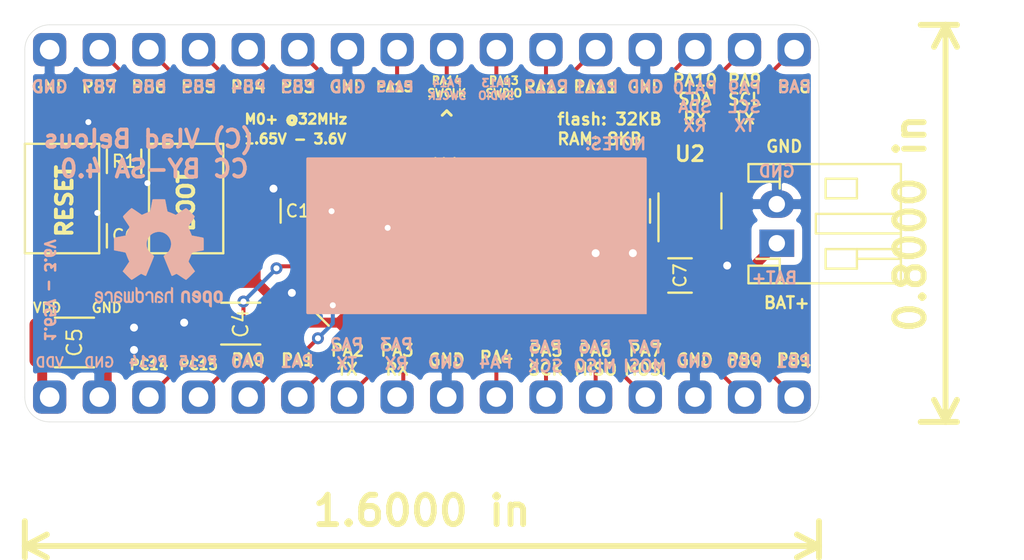
<source format=kicad_pcb>
(kicad_pcb (version 20171130) (host pcbnew "(5.0.1-3-g963ef8bb5)")

  (general
    (thickness 1.6)
    (drawings 90)
    (tracks 229)
    (zones 0)
    (modules 17)
    (nets 31)
  )

  (page USLetter)
  (title_block
    (title "STM32L031 (32-LQFP) Breakout")
    (date 2019-03-22)
    (comment 1 creativecommons.org/licenses/by-sa/4.0/)
    (comment 2 "License: CC BY-SA 4.0")
    (comment 3 "(C) Vlad Belous")
  )

  (layers
    (0 F.Cu mixed)
    (31 B.Cu mixed)
    (34 B.Paste user)
    (35 F.Paste user)
    (36 B.SilkS user)
    (37 F.SilkS user)
    (38 B.Mask user)
    (39 F.Mask user)
    (40 Dwgs.User user)
    (41 Cmts.User user)
    (44 Edge.Cuts user)
    (45 Margin user)
    (46 B.CrtYd user)
    (47 F.CrtYd user)
    (48 B.Fab user hide)
    (49 F.Fab user hide)
  )

  (setup
    (last_trace_width 0.2032)
    (user_trace_width 0.3048)
    (user_trace_width 0.508)
    (user_trace_width 0.8128)
    (trace_clearance 0.2032)
    (zone_clearance 0.508)
    (zone_45_only no)
    (trace_min 0.1778)
    (segment_width 0.2)
    (edge_width 0.0254)
    (via_size 0.6096)
    (via_drill 0.3048)
    (via_min_size 0.6096)
    (via_min_drill 0.3048)
    (user_via 0.762 0.4064)
    (user_via 0.9144 0.508)
    (uvia_size 0.3)
    (uvia_drill 0.1)
    (uvias_allowed no)
    (uvia_min_size 0.2)
    (uvia_min_drill 0.1)
    (pcb_text_width 0.3)
    (pcb_text_size 1.5 1.5)
    (mod_edge_width 0.15)
    (mod_text_size 1 1)
    (mod_text_width 0.15)
    (pad_size 1.524 1.524)
    (pad_drill 0.762)
    (pad_to_mask_clearance 0.0254)
    (solder_mask_min_width 0.1524)
    (aux_axis_origin 0 0)
    (visible_elements FFFFFF7F)
    (pcbplotparams
      (layerselection 0x010fc_ffffffff)
      (usegerberextensions false)
      (usegerberattributes false)
      (usegerberadvancedattributes false)
      (creategerberjobfile false)
      (excludeedgelayer true)
      (linewidth 0.076200)
      (plotframeref false)
      (viasonmask false)
      (mode 1)
      (useauxorigin false)
      (hpglpennumber 1)
      (hpglpenspeed 20)
      (hpglpendiameter 15.000000)
      (psnegative false)
      (psa4output false)
      (plotreference true)
      (plotvalue true)
      (plotinvisibletext false)
      (padsonsilk false)
      (subtractmaskfromsilk false)
      (outputformat 1)
      (mirror false)
      (drillshape 1)
      (scaleselection 1)
      (outputdirectory ""))
  )

  (net 0 "")
  (net 1 VDD)
  (net 2 GND)
  (net 3 "Net-(C6-Pad1)")
  (net 4 PB1)
  (net 5 PB0)
  (net 6 PA7.MOSI)
  (net 7 PA6.MISO)
  (net 8 PA5.SCK)
  (net 9 PA4)
  (net 10 PA3.RX)
  (net 11 PA2.TX)
  (net 12 PA1)
  (net 13 PA0)
  (net 14 PC15)
  (net 15 PC14)
  (net 16 PB7)
  (net 17 PB6)
  (net 18 PB5)
  (net 19 PB4)
  (net 20 PB3)
  (net 21 PA15)
  (net 22 PA14.SWCLK)
  (net 23 PA13.SWDIO)
  (net 24 PA12)
  (net 25 PA11)
  (net 26 PA10.SDA.RX)
  (net 27 PA9.SCL.TX)
  (net 28 PA8)
  (net 29 BOOT)
  (net 30 "Net-(C7-Pad2)")

  (net_class Default "This is the default net class."
    (clearance 0.2032)
    (trace_width 0.2032)
    (via_dia 0.6096)
    (via_drill 0.3048)
    (uvia_dia 0.3)
    (uvia_drill 0.1)
    (diff_pair_gap 0.1524)
    (diff_pair_width 0.2032)
    (add_net BOOT)
    (add_net GND)
    (add_net "Net-(C6-Pad1)")
    (add_net "Net-(C7-Pad2)")
    (add_net PA0)
    (add_net PA1)
    (add_net PA10.SDA.RX)
    (add_net PA11)
    (add_net PA12)
    (add_net PA13.SWDIO)
    (add_net PA14.SWCLK)
    (add_net PA15)
    (add_net PA2.TX)
    (add_net PA3.RX)
    (add_net PA4)
    (add_net PA5.SCK)
    (add_net PA6.MISO)
    (add_net PA7.MOSI)
    (add_net PA8)
    (add_net PA9.SCL.TX)
    (add_net PB0)
    (add_net PB1)
    (add_net PB3)
    (add_net PB4)
    (add_net PB5)
    (add_net PB6)
    (add_net PB7)
    (add_net PC14)
    (add_net PC15)
    (add_net VDD)
  )

  (module local_footprints:0805_HS (layer F.Cu) (tedit 5C0C83D5) (tstamp 5C94A345)
    (at 152.4 112.395 90)
    (descr "Resistor SMD 0805, reflow soldering, Vishay (see dcrcw.pdf)")
    (tags "resistor 0805")
    (path /5C9343DC)
    (attr smd)
    (fp_text reference C1 (at 0 0 180) (layer F.SilkS)
      (effects (font (size 0.635 0.635) (thickness 0.1016)))
    )
    (fp_text value 0.1uF (at 0 1.75 90) (layer F.Fab) hide
      (effects (font (size 1 1) (thickness 0.15)))
    )
    (fp_text user %R (at 0 0 90) (layer F.Fab)
      (effects (font (size 0.5 0.5) (thickness 0.075)))
    )
    (fp_line (start -1 0.62) (end -1 -0.62) (layer F.Fab) (width 0.1))
    (fp_line (start 1 0.62) (end -1 0.62) (layer F.Fab) (width 0.1))
    (fp_line (start 1 -0.62) (end 1 0.62) (layer F.Fab) (width 0.1))
    (fp_line (start -1 -0.62) (end 1 -0.62) (layer F.Fab) (width 0.1))
    (fp_line (start 0.6 0.88) (end -0.6 0.88) (layer F.SilkS) (width 0.12))
    (fp_line (start -0.6 -0.88) (end 0.6 -0.88) (layer F.SilkS) (width 0.12))
    (fp_line (start -1.55 -0.9) (end 1.55 -0.9) (layer F.CrtYd) (width 0.05))
    (fp_line (start -1.55 -0.9) (end -1.55 0.9) (layer F.CrtYd) (width 0.05))
    (fp_line (start 1.55 0.9) (end 1.55 -0.9) (layer F.CrtYd) (width 0.05))
    (fp_line (start 1.55 0.9) (end -1.55 0.9) (layer F.CrtYd) (width 0.05))
    (pad 1 smd roundrect (at -1.15 0 90) (size 1.1 1.3) (layers F.Cu F.Paste F.Mask) (roundrect_rratio 0.25)
      (net 1 VDD))
    (pad 2 smd roundrect (at 1.15 0 90) (size 1.1 1.3) (layers F.Cu F.Paste F.Mask) (roundrect_rratio 0.25)
      (net 2 GND))
    (model ${KISYS3DMOD}/Resistors_SMD.3dshapes/R_0805.wrl
      (at (xyz 0 0 0))
      (scale (xyz 1 1 1))
      (rotate (xyz 0 0 0))
    )
  )

  (module local_footprints:0805_HS (layer F.Cu) (tedit 5C0C83D5) (tstamp 5C94A356)
    (at 167.64 112.395 270)
    (descr "Resistor SMD 0805, reflow soldering, Vishay (see dcrcw.pdf)")
    (tags "resistor 0805")
    (path /5C934332)
    (attr smd)
    (fp_text reference C2 (at 0 0) (layer F.SilkS)
      (effects (font (size 0.635 0.635) (thickness 0.1016)))
    )
    (fp_text value 0.1uF (at 0 1.75 270) (layer F.Fab) hide
      (effects (font (size 1 1) (thickness 0.15)))
    )
    (fp_line (start 1.55 0.9) (end -1.55 0.9) (layer F.CrtYd) (width 0.05))
    (fp_line (start 1.55 0.9) (end 1.55 -0.9) (layer F.CrtYd) (width 0.05))
    (fp_line (start -1.55 -0.9) (end -1.55 0.9) (layer F.CrtYd) (width 0.05))
    (fp_line (start -1.55 -0.9) (end 1.55 -0.9) (layer F.CrtYd) (width 0.05))
    (fp_line (start -0.6 -0.88) (end 0.6 -0.88) (layer F.SilkS) (width 0.12))
    (fp_line (start 0.6 0.88) (end -0.6 0.88) (layer F.SilkS) (width 0.12))
    (fp_line (start -1 -0.62) (end 1 -0.62) (layer F.Fab) (width 0.1))
    (fp_line (start 1 -0.62) (end 1 0.62) (layer F.Fab) (width 0.1))
    (fp_line (start 1 0.62) (end -1 0.62) (layer F.Fab) (width 0.1))
    (fp_line (start -1 0.62) (end -1 -0.62) (layer F.Fab) (width 0.1))
    (fp_text user %R (at 0 0 270) (layer F.Fab)
      (effects (font (size 0.5 0.5) (thickness 0.075)))
    )
    (pad 2 smd roundrect (at 1.15 0 270) (size 1.1 1.3) (layers F.Cu F.Paste F.Mask) (roundrect_rratio 0.25)
      (net 2 GND))
    (pad 1 smd roundrect (at -1.15 0 270) (size 1.1 1.3) (layers F.Cu F.Paste F.Mask) (roundrect_rratio 0.25)
      (net 1 VDD))
    (model ${KISYS3DMOD}/Resistors_SMD.3dshapes/R_0805.wrl
      (at (xyz 0 0 0))
      (scale (xyz 1 1 1))
      (rotate (xyz 0 0 0))
    )
  )

  (module local_footprints:0805_HS (layer F.Cu) (tedit 5C0C83D5) (tstamp 5C94A367)
    (at 154.178 117.221 135)
    (descr "Resistor SMD 0805, reflow soldering, Vishay (see dcrcw.pdf)")
    (tags "resistor 0805")
    (path /5C934696)
    (attr smd)
    (fp_text reference C3 (at -0.089803 1.347038 315) (layer F.SilkS)
      (effects (font (size 0.635 0.635) (thickness 0.1016)))
    )
    (fp_text value 0.1uF (at 0 1.75 135) (layer F.Fab) hide
      (effects (font (size 1 1) (thickness 0.15)))
    )
    (fp_line (start 1.55 0.9) (end -1.55 0.9) (layer F.CrtYd) (width 0.05))
    (fp_line (start 1.55 0.9) (end 1.55 -0.9) (layer F.CrtYd) (width 0.05))
    (fp_line (start -1.55 -0.9) (end -1.55 0.9) (layer F.CrtYd) (width 0.05))
    (fp_line (start -1.55 -0.9) (end 1.55 -0.9) (layer F.CrtYd) (width 0.05))
    (fp_line (start -0.6 -0.88) (end 0.6 -0.88) (layer F.SilkS) (width 0.12))
    (fp_line (start 0.6 0.88) (end -0.6 0.88) (layer F.SilkS) (width 0.12))
    (fp_line (start -1 -0.62) (end 1 -0.62) (layer F.Fab) (width 0.1))
    (fp_line (start 1 -0.62) (end 1 0.62) (layer F.Fab) (width 0.1))
    (fp_line (start 1 0.62) (end -1 0.62) (layer F.Fab) (width 0.1))
    (fp_line (start -1 0.62) (end -1 -0.62) (layer F.Fab) (width 0.1))
    (fp_text user %R (at 0 0 135) (layer F.Fab)
      (effects (font (size 0.5 0.5) (thickness 0.075)))
    )
    (pad 2 smd roundrect (at 1.15 0 135) (size 1.1 1.3) (layers F.Cu F.Paste F.Mask) (roundrect_rratio 0.25)
      (net 2 GND))
    (pad 1 smd roundrect (at -1.15 0 135) (size 1.1 1.3) (layers F.Cu F.Paste F.Mask) (roundrect_rratio 0.25)
      (net 1 VDD))
    (model ${KISYS3DMOD}/Resistors_SMD.3dshapes/R_0805.wrl
      (at (xyz 0 0 0))
      (scale (xyz 1 1 1))
      (rotate (xyz 0 0 0))
    )
  )

  (module local_footprints:1206_HS (layer F.Cu) (tedit 5C0C843B) (tstamp 5C94A378)
    (at 149.479 118.1608 180)
    (descr "Resistor SMD 1206, reflow soldering, Vishay (see dcrcw.pdf)")
    (tags "resistor 1206")
    (path /5C934743)
    (attr smd)
    (fp_text reference C4 (at 0 0 270) (layer F.SilkS)
      (effects (font (size 0.762 0.762) (thickness 0.1016)))
    )
    (fp_text value 1uF (at 0 1.95 180) (layer F.Fab) hide
      (effects (font (size 1 1) (thickness 0.15)))
    )
    (fp_line (start 2.15 1.1) (end -2.15 1.1) (layer F.CrtYd) (width 0.05))
    (fp_line (start 2.15 1.1) (end 2.15 -1.11) (layer F.CrtYd) (width 0.05))
    (fp_line (start -2.15 -1.11) (end -2.15 1.1) (layer F.CrtYd) (width 0.05))
    (fp_line (start -2.15 -1.11) (end 2.15 -1.11) (layer F.CrtYd) (width 0.05))
    (fp_line (start -1 -1.07) (end 1 -1.07) (layer F.SilkS) (width 0.12))
    (fp_line (start 1 1.07) (end -1 1.07) (layer F.SilkS) (width 0.12))
    (fp_line (start -1.6 -0.8) (end 1.6 -0.8) (layer F.Fab) (width 0.1))
    (fp_line (start 1.6 -0.8) (end 1.6 0.8) (layer F.Fab) (width 0.1))
    (fp_line (start 1.6 0.8) (end -1.6 0.8) (layer F.Fab) (width 0.1))
    (fp_line (start -1.6 0.8) (end -1.6 -0.8) (layer F.Fab) (width 0.1))
    (fp_text user %R (at 0 0 180) (layer F.Fab)
      (effects (font (size 0.7 0.7) (thickness 0.105)))
    )
    (pad 2 smd roundrect (at 1.65 0 180) (size 1.3 1.7) (layers F.Cu F.Paste F.Mask) (roundrect_rratio 0.25)
      (net 2 GND))
    (pad 1 smd roundrect (at -1.65 0 180) (size 1.3 1.7) (layers F.Cu F.Paste F.Mask) (roundrect_rratio 0.25)
      (net 1 VDD))
    (model ${KISYS3DMOD}/Resistors_SMD.3dshapes/R_1206.wrl
      (at (xyz 0 0 0))
      (scale (xyz 1 1 1))
      (rotate (xyz 0 0 0))
    )
  )

  (module local_footprints:1210_HS (layer F.Cu) (tedit 5C934426) (tstamp 5C964101)
    (at 140.97 119.126)
    (descr "Generic SMD 1210")
    (tags "resistor 1206")
    (path /5C934BB7)
    (attr smd)
    (fp_text reference C5 (at 0 0 90) (layer F.SilkS)
      (effects (font (size 0.762 0.762) (thickness 0.1016)))
    )
    (fp_text value 10uF (at 0 2.286) (layer F.Fab) hide
      (effects (font (size 1 1) (thickness 0.15)))
    )
    (fp_line (start 2.25 1.25) (end -2.25 1.25) (layer F.CrtYd) (width 0.05))
    (fp_line (start 2.25 1.25) (end 2.25 -1.25) (layer F.CrtYd) (width 0.05))
    (fp_line (start -2.25 -1.25) (end -2.25 1.25) (layer F.CrtYd) (width 0.05))
    (fp_line (start -2.25 -1.25) (end 2.25 -1.25) (layer F.CrtYd) (width 0.05))
    (fp_line (start -1 -1.27) (end 1 -1.27) (layer F.SilkS) (width 0.12))
    (fp_line (start 1 1.27) (end -1 1.27) (layer F.SilkS) (width 0.12))
    (fp_line (start 1.6 -0.8) (end 1.6 0.8) (layer F.Fab) (width 0.1))
    (fp_line (start -1.6 0.8) (end -1.6 -0.8) (layer F.Fab) (width 0.1))
    (fp_text user %R (at 0 0 90) (layer F.Fab)
      (effects (font (size 0.7 0.7) (thickness 0.105)))
    )
    (pad 2 smd roundrect (at 1.65 0) (size 1.3 2.5) (layers F.Cu F.Paste F.Mask) (roundrect_rratio 0.25)
      (net 2 GND))
    (pad 1 smd roundrect (at -1.65 0) (size 1.3 2.5) (layers F.Cu F.Paste F.Mask) (roundrect_rratio 0.25)
      (net 1 VDD))
    (model ${KISYS3DMOD}/Resistors_SMD.3dshapes/R_1210.wrl
      (at (xyz 0 0 0))
      (scale (xyz 1 1 1))
      (rotate (xyz 0 0 0))
    )
  )

  (module local_footprints:0805_HS (layer F.Cu) (tedit 5C0C83D5) (tstamp 5C9604BC)
    (at 143.51 113.665 90)
    (descr "Resistor SMD 0805, reflow soldering, Vishay (see dcrcw.pdf)")
    (tags "resistor 0805")
    (path /5C935E8E)
    (attr smd)
    (fp_text reference C6 (at 0 0 180) (layer F.SilkS)
      (effects (font (size 0.635 0.635) (thickness 0.1016)))
    )
    (fp_text value 0.1uF (at 0 1.75 90) (layer F.Fab) hide
      (effects (font (size 1 1) (thickness 0.15)))
    )
    (fp_text user %R (at 0 0 90) (layer F.Fab)
      (effects (font (size 0.5 0.5) (thickness 0.075)))
    )
    (fp_line (start -1 0.62) (end -1 -0.62) (layer F.Fab) (width 0.1))
    (fp_line (start 1 0.62) (end -1 0.62) (layer F.Fab) (width 0.1))
    (fp_line (start 1 -0.62) (end 1 0.62) (layer F.Fab) (width 0.1))
    (fp_line (start -1 -0.62) (end 1 -0.62) (layer F.Fab) (width 0.1))
    (fp_line (start 0.6 0.88) (end -0.6 0.88) (layer F.SilkS) (width 0.12))
    (fp_line (start -0.6 -0.88) (end 0.6 -0.88) (layer F.SilkS) (width 0.12))
    (fp_line (start -1.55 -0.9) (end 1.55 -0.9) (layer F.CrtYd) (width 0.05))
    (fp_line (start -1.55 -0.9) (end -1.55 0.9) (layer F.CrtYd) (width 0.05))
    (fp_line (start 1.55 0.9) (end 1.55 -0.9) (layer F.CrtYd) (width 0.05))
    (fp_line (start 1.55 0.9) (end -1.55 0.9) (layer F.CrtYd) (width 0.05))
    (pad 1 smd roundrect (at -1.15 0 90) (size 1.1 1.3) (layers F.Cu F.Paste F.Mask) (roundrect_rratio 0.25)
      (net 3 "Net-(C6-Pad1)"))
    (pad 2 smd roundrect (at 1.15 0 90) (size 1.1 1.3) (layers F.Cu F.Paste F.Mask) (roundrect_rratio 0.25)
      (net 2 GND))
    (model ${KISYS3DMOD}/Resistors_SMD.3dshapes/R_0805.wrl
      (at (xyz 0 0 0))
      (scale (xyz 1 1 1))
      (rotate (xyz 0 0 0))
    )
  )

  (module local_footprints:Pin_Header_Straight_1x16_Pitch2.54mm (layer F.Cu) (tedit 5C948D41) (tstamp 5C94A3B6)
    (at 139.7 121.92 90)
    (descr "Through hole straight pin header, 1x16, 2.54mm pitch, single row")
    (tags "Through hole pin header THT 1x16 2.54mm single row")
    (path /5C93504B)
    (fp_text reference J1 (at 0 -2.33 90) (layer F.SilkS) hide
      (effects (font (size 1 1) (thickness 0.15)))
    )
    (fp_text value Conn_01x16 (at 0 40.43 90) (layer F.Fab)
      (effects (font (size 1 1) (thickness 0.15)))
    )
    (fp_text user %R (at 0 19.05 180) (layer F.Fab)
      (effects (font (size 1 1) (thickness 0.15)))
    )
    (fp_line (start 1.8 -1.8) (end -1.8 -1.8) (layer F.CrtYd) (width 0.05))
    (fp_line (start 1.8 39.9) (end 1.8 -1.8) (layer F.CrtYd) (width 0.05))
    (fp_line (start -1.8 39.9) (end 1.8 39.9) (layer F.CrtYd) (width 0.05))
    (fp_line (start -1.8 -1.8) (end -1.8 39.9) (layer F.CrtYd) (width 0.05))
    (fp_line (start -1.27 -0.635) (end -0.635 -1.27) (layer F.Fab) (width 0.1))
    (fp_line (start -1.27 39.37) (end -1.27 -0.635) (layer F.Fab) (width 0.1))
    (fp_line (start 1.27 39.37) (end -1.27 39.37) (layer F.Fab) (width 0.1))
    (fp_line (start 1.27 -1.27) (end 1.27 39.37) (layer F.Fab) (width 0.1))
    (fp_line (start -0.635 -1.27) (end 1.27 -1.27) (layer F.Fab) (width 0.1))
    (pad 16 thru_hole roundrect (at 0 38.1 90) (size 1.7 1.7) (drill 1) (layers *.Cu *.Mask) (roundrect_rratio 0.25)
      (net 4 PB1))
    (pad 15 thru_hole roundrect (at 0 35.56 90) (size 1.7 1.7) (drill 1) (layers *.Cu *.Mask) (roundrect_rratio 0.25)
      (net 5 PB0))
    (pad 14 thru_hole roundrect (at 0 33.02 90) (size 1.7 1.7) (drill 1) (layers *.Cu *.Mask) (roundrect_rratio 0.25)
      (net 2 GND))
    (pad 13 thru_hole roundrect (at 0 30.48 90) (size 1.7 1.7) (drill 1) (layers *.Cu *.Mask) (roundrect_rratio 0.25)
      (net 6 PA7.MOSI))
    (pad 12 thru_hole roundrect (at 0 27.94 90) (size 1.7 1.7) (drill 1) (layers *.Cu *.Mask) (roundrect_rratio 0.25)
      (net 7 PA6.MISO))
    (pad 11 thru_hole roundrect (at 0 25.4 90) (size 1.7 1.7) (drill 1) (layers *.Cu *.Mask) (roundrect_rratio 0.25)
      (net 8 PA5.SCK))
    (pad 10 thru_hole roundrect (at 0 22.86 90) (size 1.7 1.7) (drill 1) (layers *.Cu *.Mask) (roundrect_rratio 0.25)
      (net 9 PA4))
    (pad 9 thru_hole roundrect (at 0 20.32 90) (size 1.7 1.7) (drill 1) (layers *.Cu *.Mask) (roundrect_rratio 0.25)
      (net 2 GND))
    (pad 8 thru_hole roundrect (at 0 17.78 90) (size 1.7 1.7) (drill 1) (layers *.Cu *.Mask) (roundrect_rratio 0.25)
      (net 10 PA3.RX))
    (pad 7 thru_hole roundrect (at 0 15.24 90) (size 1.7 1.7) (drill 1) (layers *.Cu *.Mask) (roundrect_rratio 0.25)
      (net 11 PA2.TX))
    (pad 6 thru_hole roundrect (at 0 12.7 90) (size 1.7 1.7) (drill 1) (layers *.Cu *.Mask) (roundrect_rratio 0.25)
      (net 12 PA1))
    (pad 5 thru_hole roundrect (at 0 10.16 90) (size 1.7 1.7) (drill 1) (layers *.Cu *.Mask) (roundrect_rratio 0.25)
      (net 13 PA0))
    (pad 4 thru_hole roundrect (at 0 7.62 90) (size 1.7 1.7) (drill 1) (layers *.Cu *.Mask) (roundrect_rratio 0.25)
      (net 14 PC15))
    (pad 3 thru_hole roundrect (at 0 5.08 90) (size 1.7 1.7) (drill 1) (layers *.Cu *.Mask) (roundrect_rratio 0.25)
      (net 15 PC14))
    (pad 2 thru_hole roundrect (at 0 2.54 90) (size 1.7 1.7) (drill 1) (layers *.Cu *.Mask) (roundrect_rratio 0.25)
      (net 2 GND))
    (pad 1 thru_hole roundrect (at 0 0 90) (size 1.7 1.7) (drill 1) (layers *.Cu *.Mask) (roundrect_rratio 0.25)
      (net 1 VDD))
    (model ${KISYS3DMOD}/Pin_Headers.3dshapes/Pin_Header_Straight_1x16_Pitch2.54mm.wrl
      (at (xyz 0 0 0))
      (scale (xyz 1 1 1))
      (rotate (xyz 0 0 0))
    )
  )

  (module local_footprints:Pin_Header_Straight_1x16_Pitch2.54mm (layer F.Cu) (tedit 5C948D41) (tstamp 5C960220)
    (at 139.7 104.14 90)
    (descr "Through hole straight pin header, 1x16, 2.54mm pitch, single row")
    (tags "Through hole pin header THT 1x16 2.54mm single row")
    (path /5C935C74)
    (fp_text reference J2 (at 0 -2.33 90) (layer F.SilkS) hide
      (effects (font (size 1 1) (thickness 0.15)))
    )
    (fp_text value Conn_01x16 (at 0 40.43 90) (layer F.Fab)
      (effects (font (size 1 1) (thickness 0.15)))
    )
    (fp_line (start -0.635 -1.27) (end 1.27 -1.27) (layer F.Fab) (width 0.1))
    (fp_line (start 1.27 -1.27) (end 1.27 39.37) (layer F.Fab) (width 0.1))
    (fp_line (start 1.27 39.37) (end -1.27 39.37) (layer F.Fab) (width 0.1))
    (fp_line (start -1.27 39.37) (end -1.27 -0.635) (layer F.Fab) (width 0.1))
    (fp_line (start -1.27 -0.635) (end -0.635 -1.27) (layer F.Fab) (width 0.1))
    (fp_line (start -1.8 -1.8) (end -1.8 39.9) (layer F.CrtYd) (width 0.05))
    (fp_line (start -1.8 39.9) (end 1.8 39.9) (layer F.CrtYd) (width 0.05))
    (fp_line (start 1.8 39.9) (end 1.8 -1.8) (layer F.CrtYd) (width 0.05))
    (fp_line (start 1.8 -1.8) (end -1.8 -1.8) (layer F.CrtYd) (width 0.05))
    (fp_text user %R (at 0 19.05 180) (layer F.Fab)
      (effects (font (size 1 1) (thickness 0.15)))
    )
    (pad 1 thru_hole roundrect (at 0 0 90) (size 1.7 1.7) (drill 1) (layers *.Cu *.Mask) (roundrect_rratio 0.25)
      (net 2 GND))
    (pad 2 thru_hole roundrect (at 0 2.54 90) (size 1.7 1.7) (drill 1) (layers *.Cu *.Mask) (roundrect_rratio 0.25)
      (net 16 PB7))
    (pad 3 thru_hole roundrect (at 0 5.08 90) (size 1.7 1.7) (drill 1) (layers *.Cu *.Mask) (roundrect_rratio 0.25)
      (net 17 PB6))
    (pad 4 thru_hole roundrect (at 0 7.62 90) (size 1.7 1.7) (drill 1) (layers *.Cu *.Mask) (roundrect_rratio 0.25)
      (net 18 PB5))
    (pad 5 thru_hole roundrect (at 0 10.16 90) (size 1.7 1.7) (drill 1) (layers *.Cu *.Mask) (roundrect_rratio 0.25)
      (net 19 PB4))
    (pad 6 thru_hole roundrect (at 0 12.7 90) (size 1.7 1.7) (drill 1) (layers *.Cu *.Mask) (roundrect_rratio 0.25)
      (net 20 PB3))
    (pad 7 thru_hole roundrect (at 0 15.24 90) (size 1.7 1.7) (drill 1) (layers *.Cu *.Mask) (roundrect_rratio 0.25)
      (net 2 GND))
    (pad 8 thru_hole roundrect (at 0 17.78 90) (size 1.7 1.7) (drill 1) (layers *.Cu *.Mask) (roundrect_rratio 0.25)
      (net 21 PA15))
    (pad 9 thru_hole roundrect (at 0 20.32 90) (size 1.7 1.7) (drill 1) (layers *.Cu *.Mask) (roundrect_rratio 0.25)
      (net 22 PA14.SWCLK))
    (pad 10 thru_hole roundrect (at 0 22.86 90) (size 1.7 1.7) (drill 1) (layers *.Cu *.Mask) (roundrect_rratio 0.25)
      (net 23 PA13.SWDIO))
    (pad 11 thru_hole roundrect (at 0 25.4 90) (size 1.7 1.7) (drill 1) (layers *.Cu *.Mask) (roundrect_rratio 0.25)
      (net 24 PA12))
    (pad 12 thru_hole roundrect (at 0 27.94 90) (size 1.7 1.7) (drill 1) (layers *.Cu *.Mask) (roundrect_rratio 0.25)
      (net 25 PA11))
    (pad 13 thru_hole roundrect (at 0 30.48 90) (size 1.7 1.7) (drill 1) (layers *.Cu *.Mask) (roundrect_rratio 0.25)
      (net 2 GND))
    (pad 14 thru_hole roundrect (at 0 33.02 90) (size 1.7 1.7) (drill 1) (layers *.Cu *.Mask) (roundrect_rratio 0.25)
      (net 26 PA10.SDA.RX))
    (pad 15 thru_hole roundrect (at 0 35.56 90) (size 1.7 1.7) (drill 1) (layers *.Cu *.Mask) (roundrect_rratio 0.25)
      (net 27 PA9.SCL.TX))
    (pad 16 thru_hole roundrect (at 0 38.1 90) (size 1.7 1.7) (drill 1) (layers *.Cu *.Mask) (roundrect_rratio 0.25)
      (net 28 PA8))
    (model ${KISYS3DMOD}/Pin_Headers.3dshapes/Pin_Header_Straight_1x16_Pitch2.54mm.wrl
      (at (xyz 0 0 0))
      (scale (xyz 1 1 1))
      (rotate (xyz 0 0 0))
    )
  )

  (module local_footprints:0805_HS (layer F.Cu) (tedit 5C0C83D5) (tstamp 5C94A3E5)
    (at 143.51 109.855 270)
    (descr "Resistor SMD 0805, reflow soldering, Vishay (see dcrcw.pdf)")
    (tags "resistor 0805")
    (path /5C937442)
    (attr smd)
    (fp_text reference R1 (at 0 0) (layer F.SilkS)
      (effects (font (size 0.635 0.635) (thickness 0.1016)))
    )
    (fp_text value 10k (at 0 1.75 270) (layer F.Fab) hide
      (effects (font (size 1 1) (thickness 0.15)))
    )
    (fp_line (start 1.55 0.9) (end -1.55 0.9) (layer F.CrtYd) (width 0.05))
    (fp_line (start 1.55 0.9) (end 1.55 -0.9) (layer F.CrtYd) (width 0.05))
    (fp_line (start -1.55 -0.9) (end -1.55 0.9) (layer F.CrtYd) (width 0.05))
    (fp_line (start -1.55 -0.9) (end 1.55 -0.9) (layer F.CrtYd) (width 0.05))
    (fp_line (start -0.6 -0.88) (end 0.6 -0.88) (layer F.SilkS) (width 0.12))
    (fp_line (start 0.6 0.88) (end -0.6 0.88) (layer F.SilkS) (width 0.12))
    (fp_line (start -1 -0.62) (end 1 -0.62) (layer F.Fab) (width 0.1))
    (fp_line (start 1 -0.62) (end 1 0.62) (layer F.Fab) (width 0.1))
    (fp_line (start 1 0.62) (end -1 0.62) (layer F.Fab) (width 0.1))
    (fp_line (start -1 0.62) (end -1 -0.62) (layer F.Fab) (width 0.1))
    (fp_text user %R (at 0 0 270) (layer F.Fab)
      (effects (font (size 0.5 0.5) (thickness 0.075)))
    )
    (pad 2 smd roundrect (at 1.15 0 270) (size 1.1 1.3) (layers F.Cu F.Paste F.Mask) (roundrect_rratio 0.25)
      (net 2 GND))
    (pad 1 smd roundrect (at -1.15 0 270) (size 1.1 1.3) (layers F.Cu F.Paste F.Mask) (roundrect_rratio 0.25)
      (net 29 BOOT))
    (model ${KISYS3DMOD}/Resistors_SMD.3dshapes/R_0805.wrl
      (at (xyz 0 0 0))
      (scale (xyz 1 1 1))
      (rotate (xyz 0 0 0))
    )
  )

  (module local_footprints:SW_SPST_PUSH_6mm_3mm (layer F.Cu) (tedit 5C983D03) (tstamp 5C94A400)
    (at 146.685 111.76 270)
    (descr http://www.te.com/commerce/DocumentDelivery/DDEController?Action=srchrtrv&DocNm=1437566-3&DocType=Customer+Drawing&DocLang=English)
    (tags "SPST button tactile switch")
    (path /5C936832)
    (attr smd)
    (fp_text reference SW_BOOT1 (at 0 0 270) (layer F.SilkS) hide
      (effects (font (size 1 1) (thickness 0.15)))
    )
    (fp_text value SW_BOOT (at 0 3 270) (layer F.Fab)
      (effects (font (size 1 1) (thickness 0.15)))
    )
    (fp_text user %R (at -0.508 0 270) (layer F.Fab)
      (effects (font (size 1 1) (thickness 0.15)))
    )
    (fp_line (start -1.75 -1) (end 1.75 -1) (layer F.Fab) (width 0.1))
    (fp_line (start 1.75 -1) (end 1.75 1) (layer F.Fab) (width 0.1))
    (fp_line (start 1.75 1) (end -1.75 1) (layer F.Fab) (width 0.1))
    (fp_line (start -1.75 1) (end -1.75 -1) (layer F.Fab) (width 0.1))
    (fp_line (start -2.8 -1.9) (end 2.8 -1.9) (layer F.SilkS) (width 0.12))
    (fp_line (start 2.8 -1.9) (end 2.8 1.9) (layer F.SilkS) (width 0.12))
    (fp_line (start 2.8 1.9) (end -2.8 1.9) (layer F.SilkS) (width 0.12))
    (fp_line (start -2.8 1.9) (end -2.8 -1.9) (layer F.SilkS) (width 0.12))
    (fp_line (start -1.5 0.8) (end 1.5 0.8) (layer F.Fab) (width 0.1))
    (fp_line (start -1.5 -0.8) (end 1.5 -0.8) (layer F.Fab) (width 0.1))
    (fp_line (start 1.5 -0.8) (end 1.5 0.8) (layer F.Fab) (width 0.1))
    (fp_line (start -1.5 -0.8) (end -1.5 0.8) (layer F.Fab) (width 0.1))
    (fp_line (start -5 2) (end 5 2) (layer F.CrtYd) (width 0.05))
    (fp_line (start 5 -2) (end 5 2) (layer F.CrtYd) (width 0.05))
    (fp_line (start -3 1.9) (end 3 1.9) (layer F.Fab) (width 0.1))
    (fp_line (start -3 -1.9) (end 3 -1.9) (layer F.Fab) (width 0.1))
    (fp_line (start -3 -1.9) (end -3 1.9) (layer F.Fab) (width 0.1))
    (fp_line (start 3 -1.9) (end 3 1.9) (layer F.Fab) (width 0.1))
    (fp_line (start -5 -2) (end -5 2) (layer F.CrtYd) (width 0.05))
    (fp_line (start -5 -2) (end 5 -2) (layer F.CrtYd) (width 0.05))
    (pad 1 smd roundrect (at -3.9 0 270) (size 2 1.6) (layers F.Cu F.Paste F.Mask) (roundrect_rratio 0.25)
      (net 29 BOOT))
    (pad 2 smd roundrect (at 3.9 0 270) (size 2 1.6) (layers F.Cu F.Paste F.Mask) (roundrect_rratio 0.25)
      (net 1 VDD))
    (model ${KISYS3DMOD}/Buttons_Switches_SMD.3dshapes/SW_SPST_FSMSM.wrl
      (at (xyz 0 0 0))
      (scale (xyz 1 1 1))
      (rotate (xyz 0 0 0))
    )
  )

  (module local_footprints:SW_SPST_PUSH_6mm_3mm (layer F.Cu) (tedit 5C983CE4) (tstamp 5C94A41B)
    (at 140.335 111.76 270)
    (descr http://www.te.com/commerce/DocumentDelivery/DDEController?Action=srchrtrv&DocNm=1437566-3&DocType=Customer+Drawing&DocLang=English)
    (tags "SPST button tactile switch")
    (path /5C9354AE)
    (attr smd)
    (fp_text reference SW_RST1 (at 0 0 270) (layer F.SilkS) hide
      (effects (font (size 1 1) (thickness 0.15)))
    )
    (fp_text value SW_RST (at 0 0 270) (layer F.Fab)
      (effects (font (size 1 1) (thickness 0.15)))
    )
    (fp_line (start -5 -2) (end 5 -2) (layer F.CrtYd) (width 0.05))
    (fp_line (start -5 -2) (end -5 2) (layer F.CrtYd) (width 0.05))
    (fp_line (start 3 -1.9) (end 3 1.9) (layer F.Fab) (width 0.1))
    (fp_line (start -3 -1.9) (end -3 1.9) (layer F.Fab) (width 0.1))
    (fp_line (start -3 -1.9) (end 3 -1.9) (layer F.Fab) (width 0.1))
    (fp_line (start -3 1.9) (end 3 1.9) (layer F.Fab) (width 0.1))
    (fp_line (start 5 -2) (end 5 2) (layer F.CrtYd) (width 0.05))
    (fp_line (start -5 2) (end 5 2) (layer F.CrtYd) (width 0.05))
    (fp_line (start -1.5 -0.8) (end -1.5 0.8) (layer F.Fab) (width 0.1))
    (fp_line (start 1.5 -0.8) (end 1.5 0.8) (layer F.Fab) (width 0.1))
    (fp_line (start -1.5 -0.8) (end 1.5 -0.8) (layer F.Fab) (width 0.1))
    (fp_line (start -1.5 0.8) (end 1.5 0.8) (layer F.Fab) (width 0.1))
    (fp_line (start -2.8 1.9) (end -2.8 -1.9) (layer F.SilkS) (width 0.12))
    (fp_line (start 2.8 1.9) (end -2.8 1.9) (layer F.SilkS) (width 0.12))
    (fp_line (start 2.8 -1.9) (end 2.8 1.9) (layer F.SilkS) (width 0.12))
    (fp_line (start -2.8 -1.9) (end 2.8 -1.9) (layer F.SilkS) (width 0.12))
    (fp_line (start -1.75 1) (end -1.75 -1) (layer F.Fab) (width 0.1))
    (fp_line (start 1.75 1) (end -1.75 1) (layer F.Fab) (width 0.1))
    (fp_line (start 1.75 -1) (end 1.75 1) (layer F.Fab) (width 0.1))
    (fp_line (start -1.75 -1) (end 1.75 -1) (layer F.Fab) (width 0.1))
    (fp_text user %R (at 0 -2.6 270) (layer F.Fab)
      (effects (font (size 1 1) (thickness 0.15)))
    )
    (pad 2 smd roundrect (at 3.9 0 270) (size 2 1.6) (layers F.Cu F.Paste F.Mask) (roundrect_rratio 0.25)
      (net 3 "Net-(C6-Pad1)"))
    (pad 1 smd roundrect (at -3.9 0 270) (size 2 1.6) (layers F.Cu F.Paste F.Mask) (roundrect_rratio 0.25)
      (net 2 GND))
    (model ${KISYS3DMOD}/Buttons_Switches_SMD.3dshapes/SW_SPST_FSMSM.wrl
      (at (xyz 0 0 0))
      (scale (xyz 1 1 1))
      (rotate (xyz 0 0 0))
    )
  )

  (module local_footprints:TQFP-32_7x7mm_Pitch0.8mm_HS_narrow_pads locked (layer F.Cu) (tedit 5C983F81) (tstamp 5C94A452)
    (at 160.02 112.395 45)
    (descr "32-Lead Plastic Thin Quad Flatpack (PT) - 7x7x1.0 mm Body, 2.00 mm [TQFP] (see Microchip Packaging Specification 00000049BS.pdf)")
    (tags "QFP 0.8")
    (path /5C934203)
    (attr smd)
    (fp_text reference U1 (at 1.616446 -1.616446 180) (layer F.SilkS)
      (effects (font (size 0.762 0.762) (thickness 0.127)))
    )
    (fp_text value STM32L031K6Tx (at 0 6.05 45) (layer F.Fab)
      (effects (font (size 1 1) (thickness 0.15)))
    )
    (fp_line (start -3.625 -3.4) (end -5.05 -3.4) (layer F.SilkS) (width 0.15))
    (fp_line (start 3.625 -3.625) (end 3.3 -3.625) (layer F.SilkS) (width 0.15))
    (fp_line (start 3.625 3.625) (end 3.3 3.625) (layer F.SilkS) (width 0.15))
    (fp_line (start -3.625 3.625) (end -3.3 3.625) (layer F.SilkS) (width 0.15))
    (fp_line (start -3.625 -3.625) (end -3.3 -3.625) (layer F.SilkS) (width 0.15))
    (fp_line (start -3.625 3.625) (end -3.625 3.3) (layer F.SilkS) (width 0.15))
    (fp_line (start 3.625 3.625) (end 3.625 3.3) (layer F.SilkS) (width 0.15))
    (fp_line (start 3.625 -3.625) (end 3.625 -3.3) (layer F.SilkS) (width 0.15))
    (fp_line (start -3.625 -3.625) (end -3.625 -3.4) (layer F.SilkS) (width 0.15))
    (fp_line (start -5.3 5.3) (end 5.3 5.3) (layer F.CrtYd) (width 0.05))
    (fp_line (start -5.3 -5.3) (end 5.3 -5.3) (layer F.CrtYd) (width 0.05))
    (fp_line (start 5.3 -5.3) (end 5.3 5.3) (layer F.CrtYd) (width 0.05))
    (fp_line (start -5.3 -5.3) (end -5.3 5.3) (layer F.CrtYd) (width 0.05))
    (fp_line (start -3.5 -2.5) (end -2.5 -3.5) (layer F.Fab) (width 0.15))
    (fp_line (start -3.5 3.5) (end -3.5 -2.5) (layer F.Fab) (width 0.15))
    (fp_line (start 3.5 3.5) (end -3.5 3.5) (layer F.Fab) (width 0.15))
    (fp_line (start 3.5 -3.5) (end 3.5 3.5) (layer F.Fab) (width 0.15))
    (fp_line (start -2.5 -3.5) (end 3.5 -3.5) (layer F.Fab) (width 0.15))
    (fp_text user %R (at 0 0 45) (layer F.Fab)
      (effects (font (size 1 1) (thickness 0.15)))
    )
    (pad 32 smd roundrect (at -2.85 -4.4 135) (size 1.9 0.6) (layers F.Cu F.Paste F.Mask) (roundrect_rratio 0.25)
      (net 2 GND))
    (pad 31 smd roundrect (at -2 -4.4 135) (size 1.9 0.5) (layers F.Cu F.Paste F.Mask) (roundrect_rratio 0.25)
      (net 29 BOOT))
    (pad 30 smd roundrect (at -1.2 -4.4 135) (size 1.9 0.5) (layers F.Cu F.Paste F.Mask) (roundrect_rratio 0.25)
      (net 16 PB7))
    (pad 29 smd roundrect (at -0.4 -4.4 135) (size 1.9 0.5) (layers F.Cu F.Paste F.Mask) (roundrect_rratio 0.25)
      (net 17 PB6))
    (pad 28 smd roundrect (at 0.4 -4.4 135) (size 1.9 0.5) (layers F.Cu F.Paste F.Mask) (roundrect_rratio 0.25)
      (net 18 PB5))
    (pad 27 smd roundrect (at 1.2 -4.4 135) (size 1.9 0.5) (layers F.Cu F.Paste F.Mask) (roundrect_rratio 0.25)
      (net 19 PB4))
    (pad 26 smd roundrect (at 2 -4.4 135) (size 1.9 0.5) (layers F.Cu F.Paste F.Mask) (roundrect_rratio 0.25)
      (net 20 PB3))
    (pad 25 smd roundrect (at 2.85 -4.4 135) (size 1.9 0.6) (layers F.Cu F.Paste F.Mask) (roundrect_rratio 0.25)
      (net 21 PA15))
    (pad 24 smd roundrect (at 4.4 -2.85 45) (size 1.9 0.6) (layers F.Cu F.Paste F.Mask) (roundrect_rratio 0.25)
      (net 22 PA14.SWCLK))
    (pad 23 smd roundrect (at 4.4 -2 45) (size 1.9 0.5) (layers F.Cu F.Paste F.Mask) (roundrect_rratio 0.25)
      (net 23 PA13.SWDIO))
    (pad 22 smd roundrect (at 4.4 -1.2 45) (size 1.9 0.5) (layers F.Cu F.Paste F.Mask) (roundrect_rratio 0.25)
      (net 24 PA12))
    (pad 21 smd roundrect (at 4.4 -0.4 45) (size 1.9 0.5) (layers F.Cu F.Paste F.Mask) (roundrect_rratio 0.25)
      (net 25 PA11))
    (pad 20 smd roundrect (at 4.4 0.4 45) (size 1.9 0.5) (layers F.Cu F.Paste F.Mask) (roundrect_rratio 0.25)
      (net 26 PA10.SDA.RX))
    (pad 19 smd roundrect (at 4.4 1.2 45) (size 1.9 0.5) (layers F.Cu F.Paste F.Mask) (roundrect_rratio 0.25)
      (net 27 PA9.SCL.TX))
    (pad 18 smd roundrect (at 4.4 2 45) (size 1.9 0.5) (layers F.Cu F.Paste F.Mask) (roundrect_rratio 0.25)
      (net 28 PA8))
    (pad 17 smd roundrect (at 4.4 2.85 45) (size 1.9 0.6) (layers F.Cu F.Paste F.Mask) (roundrect_rratio 0.25)
      (net 1 VDD))
    (pad 16 smd roundrect (at 2.85 4.4 135) (size 1.9 0.6) (layers F.Cu F.Paste F.Mask) (roundrect_rratio 0.25)
      (net 2 GND))
    (pad 15 smd roundrect (at 2 4.4 135) (size 1.9 0.5) (layers F.Cu F.Paste F.Mask) (roundrect_rratio 0.25)
      (net 4 PB1))
    (pad 14 smd roundrect (at 1.2 4.4 135) (size 1.9 0.5) (layers F.Cu F.Paste F.Mask) (roundrect_rratio 0.25)
      (net 5 PB0))
    (pad 13 smd roundrect (at 0.4 4.4 135) (size 1.9 0.5) (layers F.Cu F.Paste F.Mask) (roundrect_rratio 0.25)
      (net 6 PA7.MOSI))
    (pad 12 smd roundrect (at -0.4 4.4 135) (size 1.9 0.5) (layers F.Cu F.Paste F.Mask) (roundrect_rratio 0.25)
      (net 7 PA6.MISO))
    (pad 11 smd roundrect (at -1.2 4.4 135) (size 1.9 0.5) (layers F.Cu F.Paste F.Mask) (roundrect_rratio 0.25)
      (net 8 PA5.SCK))
    (pad 10 smd roundrect (at -2 4.4 135) (size 1.9 0.5) (layers F.Cu F.Paste F.Mask) (roundrect_rratio 0.25)
      (net 9 PA4))
    (pad 9 smd roundrect (at -2.85 4.4 135) (size 1.9 0.6) (layers F.Cu F.Paste F.Mask) (roundrect_rratio 0.25)
      (net 10 PA3.RX))
    (pad 8 smd roundrect (at -4.4 2.85 45) (size 1.9 0.6) (layers F.Cu F.Paste F.Mask) (roundrect_rratio 0.25)
      (net 11 PA2.TX))
    (pad 7 smd roundrect (at -4.4 2 45) (size 1.9 0.5) (layers F.Cu F.Paste F.Mask) (roundrect_rratio 0.25)
      (net 12 PA1))
    (pad 6 smd roundrect (at -4.4 1.2 45) (size 1.9 0.5) (layers F.Cu F.Paste F.Mask) (roundrect_rratio 0.25)
      (net 13 PA0))
    (pad 5 smd roundrect (at -4.4 0.4 45) (size 1.9 0.5) (layers F.Cu F.Paste F.Mask) (roundrect_rratio 0.25)
      (net 1 VDD))
    (pad 4 smd roundrect (at -4.4 -0.4 45) (size 1.9 0.5) (layers F.Cu F.Paste F.Mask) (roundrect_rratio 0.25)
      (net 3 "Net-(C6-Pad1)"))
    (pad 3 smd roundrect (at -4.4 -1.2 45) (size 1.9 0.5) (layers F.Cu F.Paste F.Mask) (roundrect_rratio 0.25)
      (net 14 PC15))
    (pad 2 smd roundrect (at -4.4 -2 45) (size 1.9 0.5) (layers F.Cu F.Paste F.Mask) (roundrect_rratio 0.25)
      (net 15 PC14))
    (pad 1 smd roundrect (at -4.4 -2.85 45) (size 1.9 0.6) (layers F.Cu F.Paste F.Mask) (roundrect_rratio 0.25)
      (net 1 VDD))
    (model ${KISYS3DMOD}/Housings_QFP.3dshapes/TQFP-32_7x7mm_Pitch0.8mm.wrl
      (at (xyz 0 0 0))
      (scale (xyz 1 1 1))
      (rotate (xyz 0 0 0))
    )
  )

  (module local_footprints:0805_HS (layer F.Cu) (tedit 5C0C83D5) (tstamp 5C96B8C3)
    (at 171.958 115.697 180)
    (descr "Resistor SMD 0805, reflow soldering, Vishay (see dcrcw.pdf)")
    (tags "resistor 0805")
    (path /5C970530)
    (attr smd)
    (fp_text reference C7 (at 0 0 270) (layer F.SilkS)
      (effects (font (size 0.635 0.635) (thickness 0.1016)))
    )
    (fp_text value 0.1u (at 0 1.75 180) (layer F.Fab) hide
      (effects (font (size 1 1) (thickness 0.15)))
    )
    (fp_text user %R (at 0 0 180) (layer F.Fab)
      (effects (font (size 0.5 0.5) (thickness 0.075)))
    )
    (fp_line (start -1 0.62) (end -1 -0.62) (layer F.Fab) (width 0.1))
    (fp_line (start 1 0.62) (end -1 0.62) (layer F.Fab) (width 0.1))
    (fp_line (start 1 -0.62) (end 1 0.62) (layer F.Fab) (width 0.1))
    (fp_line (start -1 -0.62) (end 1 -0.62) (layer F.Fab) (width 0.1))
    (fp_line (start 0.6 0.88) (end -0.6 0.88) (layer F.SilkS) (width 0.12))
    (fp_line (start -0.6 -0.88) (end 0.6 -0.88) (layer F.SilkS) (width 0.12))
    (fp_line (start -1.55 -0.9) (end 1.55 -0.9) (layer F.CrtYd) (width 0.05))
    (fp_line (start -1.55 -0.9) (end -1.55 0.9) (layer F.CrtYd) (width 0.05))
    (fp_line (start 1.55 0.9) (end 1.55 -0.9) (layer F.CrtYd) (width 0.05))
    (fp_line (start 1.55 0.9) (end -1.55 0.9) (layer F.CrtYd) (width 0.05))
    (pad 1 smd roundrect (at -1.15 0 180) (size 1.1 1.3) (layers F.Cu F.Paste F.Mask) (roundrect_rratio 0.25)
      (net 2 GND))
    (pad 2 smd roundrect (at 1.15 0 180) (size 1.1 1.3) (layers F.Cu F.Paste F.Mask) (roundrect_rratio 0.25)
      (net 30 "Net-(C7-Pad2)"))
    (model ${KISYS3DMOD}/Resistors_SMD.3dshapes/R_0805.wrl
      (at (xyz 0 0 0))
      (scale (xyz 1 1 1))
      (rotate (xyz 0 0 0))
    )
  )

  (module local_footprints:0805_HS (layer F.Cu) (tedit 5C0C83D5) (tstamp 5C96B8D4)
    (at 169.545 112.395 270)
    (descr "Resistor SMD 0805, reflow soldering, Vishay (see dcrcw.pdf)")
    (tags "resistor 0805")
    (path /5C96BFB0)
    (attr smd)
    (fp_text reference C8 (at 0 0) (layer F.SilkS)
      (effects (font (size 0.635 0.635) (thickness 0.1016)))
    )
    (fp_text value 0.1u (at 0 1.75 270) (layer F.Fab) hide
      (effects (font (size 1 1) (thickness 0.15)))
    )
    (fp_line (start 1.55 0.9) (end -1.55 0.9) (layer F.CrtYd) (width 0.05))
    (fp_line (start 1.55 0.9) (end 1.55 -0.9) (layer F.CrtYd) (width 0.05))
    (fp_line (start -1.55 -0.9) (end -1.55 0.9) (layer F.CrtYd) (width 0.05))
    (fp_line (start -1.55 -0.9) (end 1.55 -0.9) (layer F.CrtYd) (width 0.05))
    (fp_line (start -0.6 -0.88) (end 0.6 -0.88) (layer F.SilkS) (width 0.12))
    (fp_line (start 0.6 0.88) (end -0.6 0.88) (layer F.SilkS) (width 0.12))
    (fp_line (start -1 -0.62) (end 1 -0.62) (layer F.Fab) (width 0.1))
    (fp_line (start 1 -0.62) (end 1 0.62) (layer F.Fab) (width 0.1))
    (fp_line (start 1 0.62) (end -1 0.62) (layer F.Fab) (width 0.1))
    (fp_line (start -1 0.62) (end -1 -0.62) (layer F.Fab) (width 0.1))
    (fp_text user %R (at 0 0 270) (layer F.Fab)
      (effects (font (size 0.5 0.5) (thickness 0.075)))
    )
    (pad 2 smd roundrect (at 1.15 0 270) (size 1.1 1.3) (layers F.Cu F.Paste F.Mask) (roundrect_rratio 0.25)
      (net 2 GND))
    (pad 1 smd roundrect (at -1.15 0 270) (size 1.1 1.3) (layers F.Cu F.Paste F.Mask) (roundrect_rratio 0.25)
      (net 1 VDD))
    (model ${KISYS3DMOD}/Resistors_SMD.3dshapes/R_0805.wrl
      (at (xyz 0 0 0))
      (scale (xyz 1 1 1))
      (rotate (xyz 0 0 0))
    )
  )

  (module local_footprints:JST_PH_S2B-PH-K_02x2.00mm_Angled_WiderHole (layer F.Cu) (tedit 5C96B733) (tstamp 5C96B908)
    (at 176.911 114.046 90)
    (descr "JST PH series connector, S2B-PH-K, side entry type, through hole, Datasheet: http://www.jst-mfg.com/product/pdf/eng/ePH.pdf")
    (tags "connector jst ph")
    (path /5C973178)
    (fp_text reference J3 (at 1.5 -2.45 90) (layer F.SilkS) hide
      (effects (font (size 1 1) (thickness 0.15)))
    )
    (fp_text value JST_PH (at 1 7.25 90) (layer F.Fab)
      (effects (font (size 1 1) (thickness 0.15)))
    )
    (fp_text user %R (at 1 2.5 90) (layer F.Fab)
      (effects (font (size 1 1) (thickness 0.15)))
    )
    (fp_line (start 0.5 1.35) (end 0 0.85) (layer F.Fab) (width 0.1))
    (fp_line (start -0.5 1.35) (end 0.5 1.35) (layer F.Fab) (width 0.1))
    (fp_line (start 0 0.85) (end -0.5 1.35) (layer F.Fab) (width 0.1))
    (fp_line (start -0.8 0.15) (end -0.8 -1.05) (layer F.SilkS) (width 0.12))
    (fp_line (start 3.25 0.25) (end -1.25 0.25) (layer F.Fab) (width 0.1))
    (fp_line (start 3.25 -1.35) (end 3.25 0.25) (layer F.Fab) (width 0.1))
    (fp_line (start 3.95 -1.35) (end 3.25 -1.35) (layer F.Fab) (width 0.1))
    (fp_line (start 3.95 6.25) (end 3.95 -1.35) (layer F.Fab) (width 0.1))
    (fp_line (start -1.95 6.25) (end 3.95 6.25) (layer F.Fab) (width 0.1))
    (fp_line (start -1.95 -1.35) (end -1.95 6.25) (layer F.Fab) (width 0.1))
    (fp_line (start -1.25 -1.35) (end -1.95 -1.35) (layer F.Fab) (width 0.1))
    (fp_line (start -1.25 0.25) (end -1.25 -1.35) (layer F.Fab) (width 0.1))
    (fp_line (start 4.45 -1.85) (end -2.45 -1.85) (layer F.CrtYd) (width 0.05))
    (fp_line (start 4.45 6.75) (end 4.45 -1.85) (layer F.CrtYd) (width 0.05))
    (fp_line (start -2.45 6.75) (end 4.45 6.75) (layer F.CrtYd) (width 0.05))
    (fp_line (start -2.45 -1.85) (end -2.45 6.75) (layer F.CrtYd) (width 0.05))
    (fp_line (start -0.8 4.1) (end -0.8 6.35) (layer F.SilkS) (width 0.12))
    (fp_line (start -0.3 4.1) (end -0.3 6.35) (layer F.SilkS) (width 0.12))
    (fp_line (start 2.3 2.5) (end 3.3 2.5) (layer F.SilkS) (width 0.12))
    (fp_line (start 2.3 4.1) (end 2.3 2.5) (layer F.SilkS) (width 0.12))
    (fp_line (start 3.3 4.1) (end 2.3 4.1) (layer F.SilkS) (width 0.12))
    (fp_line (start 3.3 2.5) (end 3.3 4.1) (layer F.SilkS) (width 0.12))
    (fp_line (start -0.3 2.5) (end -1.3 2.5) (layer F.SilkS) (width 0.12))
    (fp_line (start -0.3 4.1) (end -0.3 2.5) (layer F.SilkS) (width 0.12))
    (fp_line (start -1.3 4.1) (end -0.3 4.1) (layer F.SilkS) (width 0.12))
    (fp_line (start -1.3 2.5) (end -1.3 4.1) (layer F.SilkS) (width 0.12))
    (fp_line (start 4.05 0.15) (end 3.15 0.15) (layer F.SilkS) (width 0.12))
    (fp_line (start -2.05 0.15) (end -1.15 0.15) (layer F.SilkS) (width 0.12))
    (fp_line (start 3.15 0.15) (end 2.8 0.15) (layer F.SilkS) (width 0.12))
    (fp_line (start 3.15 -1.45) (end 3.15 0.15) (layer F.SilkS) (width 0.12))
    (fp_line (start 4.05 -1.45) (end 3.15 -1.45) (layer F.SilkS) (width 0.12))
    (fp_line (start 4.05 6.35) (end 4.05 -1.45) (layer F.SilkS) (width 0.12))
    (fp_line (start -2.05 6.35) (end 4.05 6.35) (layer F.SilkS) (width 0.12))
    (fp_line (start -2.05 -1.45) (end -2.05 6.35) (layer F.SilkS) (width 0.12))
    (fp_line (start -1.15 -1.45) (end -2.05 -1.45) (layer F.SilkS) (width 0.12))
    (fp_line (start -1.15 0.15) (end -1.15 -1.45) (layer F.SilkS) (width 0.12))
    (fp_line (start -0.8 0.15) (end -1.15 0.15) (layer F.SilkS) (width 0.12))
    (fp_line (start 1.5 2) (end 1.5 6.35) (layer F.SilkS) (width 0.12))
    (fp_line (start 0.5 2) (end 1.5 2) (layer F.SilkS) (width 0.12))
    (fp_line (start 0.5 6.35) (end 0.5 2) (layer F.SilkS) (width 0.12))
    (fp_line (start -1.27 0.508) (end -1.27 1.016) (layer F.Fab) (width 0.1016))
    (fp_line (start -1.524 0.762) (end -1.016 0.762) (layer F.Fab) (width 0.1016))
    (fp_line (start 2.921 0.762) (end 3.429 0.762) (layer F.Fab) (width 0.1016))
    (fp_circle (center -1.27 0.762) (end -0.91079 0.762) (layer F.Fab) (width 0.0762))
    (fp_circle (center 3.175 0.762) (end 3.53421 0.762) (layer F.Fab) (width 0.0762))
    (pad 2 thru_hole oval (at 2 0 90) (size 1.397 1.778) (drill 0.8382) (layers *.Cu *.Mask)
      (net 2 GND))
    (pad 1 thru_hole rect (at 0 0 90) (size 1.397 1.778) (drill 0.8382) (layers *.Cu *.Mask)
      (net 30 "Net-(C7-Pad2)"))
    (model ${KISYS3DMOD}/Connectors_JST.3dshapes/JST_PH_S2B-PH-K_02x2.00mm_Angled.wrl
      (at (xyz 0 0 0))
      (scale (xyz 1 1 1))
      (rotate (xyz 0 0 0))
    )
  )

  (module local_footprints:SOT-23-5_HS (layer F.Cu) (tedit 5C9841D3) (tstamp 5C96B91D)
    (at 172.466 112.395 90)
    (descr "6-pin SOT-23 package")
    (tags SOT-23-6)
    (path /5C96B95C)
    (attr smd)
    (fp_text reference U2 (at 2.921 0 180) (layer F.SilkS)
      (effects (font (size 0.762 0.762) (thickness 0.15)))
    )
    (fp_text value AP7354 (at 0 2.9 90) (layer F.Fab) hide
      (effects (font (size 1 1) (thickness 0.15)))
    )
    (fp_line (start 0.9 -1.55) (end 0.9 1.55) (layer F.Fab) (width 0.1))
    (fp_line (start 0.9 1.55) (end -0.9 1.55) (layer F.Fab) (width 0.1))
    (fp_line (start -0.9 -0.9) (end -0.9 1.55) (layer F.Fab) (width 0.1))
    (fp_line (start 0.9 -1.55) (end -0.25 -1.55) (layer F.Fab) (width 0.1))
    (fp_line (start -0.9 -0.9) (end -0.25 -1.55) (layer F.Fab) (width 0.1))
    (fp_line (start -1.9 -1.8) (end -1.9 1.8) (layer F.CrtYd) (width 0.05))
    (fp_line (start -1.9 1.8) (end 1.9 1.8) (layer F.CrtYd) (width 0.05))
    (fp_line (start 1.9 1.8) (end 1.9 -1.8) (layer F.CrtYd) (width 0.05))
    (fp_line (start 1.9 -1.8) (end -1.9 -1.8) (layer F.CrtYd) (width 0.05))
    (fp_line (start 0.9 -1.61) (end -1.55 -1.61) (layer F.SilkS) (width 0.12))
    (fp_line (start -0.9 1.61) (end 0.9 1.61) (layer F.SilkS) (width 0.12))
    (fp_text user %R (at 0 0 180) (layer F.Fab)
      (effects (font (size 0.5 0.5) (thickness 0.075)))
    )
    (pad 5 smd roundrect (at 1.3 -0.95 90) (size 1.46 0.65) (layers F.Cu F.Paste F.Mask) (roundrect_rratio 0.25)
      (net 1 VDD))
    (pad 4 smd roundrect (at 1.3 0.95 90) (size 1.46 0.65) (layers F.Cu F.Paste F.Mask) (roundrect_rratio 0.25))
    (pad 3 smd roundrect (at -1.3 0.95 90) (size 1.46 0.65) (layers F.Cu F.Paste F.Mask) (roundrect_rratio 0.25)
      (net 30 "Net-(C7-Pad2)"))
    (pad 2 smd roundrect (at -1.3 0 90) (size 1.46 0.65) (layers F.Cu F.Paste F.Mask) (roundrect_rratio 0.25)
      (net 2 GND))
    (pad 1 smd roundrect (at -1.3 -0.95 90) (size 1.46 0.65) (layers F.Cu F.Paste F.Mask) (roundrect_rratio 0.25)
      (net 30 "Net-(C7-Pad2)"))
    (model ${KISYS3DMOD}/TO_SOT_Packages_SMD.3dshapes/SOT-23-6.wrl
      (at (xyz 0 0 0))
      (scale (xyz 1 1 1))
      (rotate (xyz 0 0 0))
    )
  )

  (module Symbols:OSHW-Logo2_7.3x6mm_SilkScreen (layer B.Cu) (tedit 0) (tstamp 5C984818)
    (at 145.288 114.554 180)
    (descr "Open Source Hardware Symbol")
    (tags "Logo Symbol OSHW")
    (attr virtual)
    (fp_text reference REF*** (at 0 0 180) (layer B.SilkS) hide
      (effects (font (size 1 1) (thickness 0.15)) (justify mirror))
    )
    (fp_text value OSHW-Logo2_7.3x6mm_SilkScreen (at 0.75 0 180) (layer B.Fab) hide
      (effects (font (size 1 1) (thickness 0.15)) (justify mirror))
    )
    (fp_poly (pts (xy -2.400256 -1.919918) (xy -2.344799 -1.947568) (xy -2.295852 -1.99848) (xy -2.282371 -2.017338)
      (xy -2.267686 -2.042015) (xy -2.258158 -2.068816) (xy -2.252707 -2.104587) (xy -2.250253 -2.156169)
      (xy -2.249714 -2.224267) (xy -2.252148 -2.317588) (xy -2.260606 -2.387657) (xy -2.276826 -2.439931)
      (xy -2.302546 -2.479869) (xy -2.339503 -2.512929) (xy -2.342218 -2.514886) (xy -2.37864 -2.534908)
      (xy -2.422498 -2.544815) (xy -2.478276 -2.547257) (xy -2.568952 -2.547257) (xy -2.56899 -2.635283)
      (xy -2.569834 -2.684308) (xy -2.574976 -2.713065) (xy -2.588413 -2.730311) (xy -2.614142 -2.744808)
      (xy -2.620321 -2.747769) (xy -2.649236 -2.761648) (xy -2.671624 -2.770414) (xy -2.688271 -2.771171)
      (xy -2.699964 -2.761023) (xy -2.70749 -2.737073) (xy -2.711634 -2.696426) (xy -2.713185 -2.636186)
      (xy -2.712929 -2.553455) (xy -2.711651 -2.445339) (xy -2.711252 -2.413) (xy -2.709815 -2.301524)
      (xy -2.708528 -2.228603) (xy -2.569029 -2.228603) (xy -2.568245 -2.290499) (xy -2.56476 -2.330997)
      (xy -2.556876 -2.357708) (xy -2.542895 -2.378244) (xy -2.533403 -2.38826) (xy -2.494596 -2.417567)
      (xy -2.460237 -2.419952) (xy -2.424784 -2.39575) (xy -2.423886 -2.394857) (xy -2.409461 -2.376153)
      (xy -2.400687 -2.350732) (xy -2.396261 -2.311584) (xy -2.394882 -2.251697) (xy -2.394857 -2.23843)
      (xy -2.398188 -2.155901) (xy -2.409031 -2.098691) (xy -2.42866 -2.063766) (xy -2.45835 -2.048094)
      (xy -2.475509 -2.046514) (xy -2.516234 -2.053926) (xy -2.544168 -2.07833) (xy -2.560983 -2.12298)
      (xy -2.56835 -2.19113) (xy -2.569029 -2.228603) (xy -2.708528 -2.228603) (xy -2.708292 -2.215245)
      (xy -2.706323 -2.150333) (xy -2.70355 -2.102958) (xy -2.699612 -2.06929) (xy -2.694151 -2.045498)
      (xy -2.686808 -2.027753) (xy -2.677223 -2.012224) (xy -2.673113 -2.006381) (xy -2.618595 -1.951185)
      (xy -2.549664 -1.91989) (xy -2.469928 -1.911165) (xy -2.400256 -1.919918)) (layer B.SilkS) (width 0.01))
    (fp_poly (pts (xy -1.283907 -1.92778) (xy -1.237328 -1.954723) (xy -1.204943 -1.981466) (xy -1.181258 -2.009484)
      (xy -1.164941 -2.043748) (xy -1.154661 -2.089227) (xy -1.149086 -2.150892) (xy -1.146884 -2.233711)
      (xy -1.146629 -2.293246) (xy -1.146629 -2.512391) (xy -1.208314 -2.540044) (xy -1.27 -2.567697)
      (xy -1.277257 -2.32767) (xy -1.280256 -2.238028) (xy -1.283402 -2.172962) (xy -1.287299 -2.128026)
      (xy -1.292553 -2.09877) (xy -1.299769 -2.080748) (xy -1.30955 -2.069511) (xy -1.312688 -2.067079)
      (xy -1.360239 -2.048083) (xy -1.408303 -2.0556) (xy -1.436914 -2.075543) (xy -1.448553 -2.089675)
      (xy -1.456609 -2.10822) (xy -1.461729 -2.136334) (xy -1.464559 -2.179173) (xy -1.465744 -2.241895)
      (xy -1.465943 -2.307261) (xy -1.465982 -2.389268) (xy -1.467386 -2.447316) (xy -1.472086 -2.486465)
      (xy -1.482013 -2.51178) (xy -1.499097 -2.528323) (xy -1.525268 -2.541156) (xy -1.560225 -2.554491)
      (xy -1.598404 -2.569007) (xy -1.593859 -2.311389) (xy -1.592029 -2.218519) (xy -1.589888 -2.149889)
      (xy -1.586819 -2.100711) (xy -1.582206 -2.066198) (xy -1.575432 -2.041562) (xy -1.565881 -2.022016)
      (xy -1.554366 -2.00477) (xy -1.49881 -1.94968) (xy -1.43102 -1.917822) (xy -1.357287 -1.910191)
      (xy -1.283907 -1.92778)) (layer B.SilkS) (width 0.01))
    (fp_poly (pts (xy -2.958885 -1.921962) (xy -2.890855 -1.957733) (xy -2.840649 -2.015301) (xy -2.822815 -2.052312)
      (xy -2.808937 -2.107882) (xy -2.801833 -2.178096) (xy -2.80116 -2.254727) (xy -2.806573 -2.329552)
      (xy -2.81773 -2.394342) (xy -2.834286 -2.440873) (xy -2.839374 -2.448887) (xy -2.899645 -2.508707)
      (xy -2.971231 -2.544535) (xy -3.048908 -2.55502) (xy -3.127452 -2.53881) (xy -3.149311 -2.529092)
      (xy -3.191878 -2.499143) (xy -3.229237 -2.459433) (xy -3.232768 -2.454397) (xy -3.247119 -2.430124)
      (xy -3.256606 -2.404178) (xy -3.26221 -2.370022) (xy -3.264914 -2.321119) (xy -3.265701 -2.250935)
      (xy -3.265714 -2.2352) (xy -3.265678 -2.230192) (xy -3.120571 -2.230192) (xy -3.119727 -2.29643)
      (xy -3.116404 -2.340386) (xy -3.109417 -2.368779) (xy -3.097584 -2.388325) (xy -3.091543 -2.394857)
      (xy -3.056814 -2.41968) (xy -3.023097 -2.418548) (xy -2.989005 -2.397016) (xy -2.968671 -2.374029)
      (xy -2.956629 -2.340478) (xy -2.949866 -2.287569) (xy -2.949402 -2.281399) (xy -2.948248 -2.185513)
      (xy -2.960312 -2.114299) (xy -2.98543 -2.068194) (xy -3.02344 -2.047635) (xy -3.037008 -2.046514)
      (xy -3.072636 -2.052152) (xy -3.097006 -2.071686) (xy -3.111907 -2.109042) (xy -3.119125 -2.16815)
      (xy -3.120571 -2.230192) (xy -3.265678 -2.230192) (xy -3.265174 -2.160413) (xy -3.262904 -2.108159)
      (xy -3.257932 -2.071949) (xy -3.249287 -2.045299) (xy -3.235995 -2.021722) (xy -3.233057 -2.017338)
      (xy -3.183687 -1.958249) (xy -3.129891 -1.923947) (xy -3.064398 -1.910331) (xy -3.042158 -1.909665)
      (xy -2.958885 -1.921962)) (layer B.SilkS) (width 0.01))
    (fp_poly (pts (xy -1.831697 -1.931239) (xy -1.774473 -1.969735) (xy -1.730251 -2.025335) (xy -1.703833 -2.096086)
      (xy -1.69849 -2.148162) (xy -1.699097 -2.169893) (xy -1.704178 -2.186531) (xy -1.718145 -2.201437)
      (xy -1.745411 -2.217973) (xy -1.790388 -2.239498) (xy -1.857489 -2.269374) (xy -1.857829 -2.269524)
      (xy -1.919593 -2.297813) (xy -1.970241 -2.322933) (xy -2.004596 -2.342179) (xy -2.017482 -2.352848)
      (xy -2.017486 -2.352934) (xy -2.006128 -2.376166) (xy -1.979569 -2.401774) (xy -1.949077 -2.420221)
      (xy -1.93363 -2.423886) (xy -1.891485 -2.411212) (xy -1.855192 -2.379471) (xy -1.837483 -2.344572)
      (xy -1.820448 -2.318845) (xy -1.787078 -2.289546) (xy -1.747851 -2.264235) (xy -1.713244 -2.250471)
      (xy -1.706007 -2.249714) (xy -1.697861 -2.26216) (xy -1.69737 -2.293972) (xy -1.703357 -2.336866)
      (xy -1.714643 -2.382558) (xy -1.73005 -2.422761) (xy -1.730829 -2.424322) (xy -1.777196 -2.489062)
      (xy -1.837289 -2.533097) (xy -1.905535 -2.554711) (xy -1.976362 -2.552185) (xy -2.044196 -2.523804)
      (xy -2.047212 -2.521808) (xy -2.100573 -2.473448) (xy -2.13566 -2.410352) (xy -2.155078 -2.327387)
      (xy -2.157684 -2.304078) (xy -2.162299 -2.194055) (xy -2.156767 -2.142748) (xy -2.017486 -2.142748)
      (xy -2.015676 -2.174753) (xy -2.005778 -2.184093) (xy -1.981102 -2.177105) (xy -1.942205 -2.160587)
      (xy -1.898725 -2.139881) (xy -1.897644 -2.139333) (xy -1.860791 -2.119949) (xy -1.846 -2.107013)
      (xy -1.849647 -2.093451) (xy -1.865005 -2.075632) (xy -1.904077 -2.049845) (xy -1.946154 -2.04795)
      (xy -1.983897 -2.066717) (xy -2.009966 -2.102915) (xy -2.017486 -2.142748) (xy -2.156767 -2.142748)
      (xy -2.152806 -2.106027) (xy -2.12845 -2.036212) (xy -2.094544 -1.987302) (xy -2.033347 -1.937878)
      (xy -1.965937 -1.913359) (xy -1.89712 -1.911797) (xy -1.831697 -1.931239)) (layer B.SilkS) (width 0.01))
    (fp_poly (pts (xy -0.624114 -1.851289) (xy -0.619861 -1.910613) (xy -0.614975 -1.945572) (xy -0.608205 -1.96082)
      (xy -0.598298 -1.961015) (xy -0.595086 -1.959195) (xy -0.552356 -1.946015) (xy -0.496773 -1.946785)
      (xy -0.440263 -1.960333) (xy -0.404918 -1.977861) (xy -0.368679 -2.005861) (xy -0.342187 -2.037549)
      (xy -0.324001 -2.077813) (xy -0.312678 -2.131543) (xy -0.306778 -2.203626) (xy -0.304857 -2.298951)
      (xy -0.304823 -2.317237) (xy -0.3048 -2.522646) (xy -0.350509 -2.53858) (xy -0.382973 -2.54942)
      (xy -0.400785 -2.554468) (xy -0.401309 -2.554514) (xy -0.403063 -2.540828) (xy -0.404556 -2.503076)
      (xy -0.405674 -2.446224) (xy -0.406303 -2.375234) (xy -0.4064 -2.332073) (xy -0.406602 -2.246973)
      (xy -0.407642 -2.185981) (xy -0.410169 -2.144177) (xy -0.414836 -2.116642) (xy -0.422293 -2.098456)
      (xy -0.433189 -2.084698) (xy -0.439993 -2.078073) (xy -0.486728 -2.051375) (xy -0.537728 -2.049375)
      (xy -0.583999 -2.071955) (xy -0.592556 -2.080107) (xy -0.605107 -2.095436) (xy -0.613812 -2.113618)
      (xy -0.619369 -2.139909) (xy -0.622474 -2.179562) (xy -0.623824 -2.237832) (xy -0.624114 -2.318173)
      (xy -0.624114 -2.522646) (xy -0.669823 -2.53858) (xy -0.702287 -2.54942) (xy -0.720099 -2.554468)
      (xy -0.720623 -2.554514) (xy -0.721963 -2.540623) (xy -0.723172 -2.501439) (xy -0.724199 -2.4407)
      (xy -0.724998 -2.362141) (xy -0.725519 -2.269498) (xy -0.725714 -2.166509) (xy -0.725714 -1.769342)
      (xy -0.678543 -1.749444) (xy -0.631371 -1.729547) (xy -0.624114 -1.851289)) (layer B.SilkS) (width 0.01))
    (fp_poly (pts (xy 0.039744 -1.950968) (xy 0.096616 -1.972087) (xy 0.097267 -1.972493) (xy 0.13244 -1.99838)
      (xy 0.158407 -2.028633) (xy 0.17667 -2.068058) (xy 0.188732 -2.121462) (xy 0.196096 -2.193651)
      (xy 0.200264 -2.289432) (xy 0.200629 -2.303078) (xy 0.205876 -2.508842) (xy 0.161716 -2.531678)
      (xy 0.129763 -2.54711) (xy 0.11047 -2.554423) (xy 0.109578 -2.554514) (xy 0.106239 -2.541022)
      (xy 0.103587 -2.504626) (xy 0.101956 -2.451452) (xy 0.1016 -2.408393) (xy 0.101592 -2.338641)
      (xy 0.098403 -2.294837) (xy 0.087288 -2.273944) (xy 0.063501 -2.272925) (xy 0.022296 -2.288741)
      (xy -0.039914 -2.317815) (xy -0.085659 -2.341963) (xy -0.109187 -2.362913) (xy -0.116104 -2.385747)
      (xy -0.116114 -2.386877) (xy -0.104701 -2.426212) (xy -0.070908 -2.447462) (xy -0.019191 -2.450539)
      (xy 0.018061 -2.450006) (xy 0.037703 -2.460735) (xy 0.049952 -2.486505) (xy 0.057002 -2.519337)
      (xy 0.046842 -2.537966) (xy 0.043017 -2.540632) (xy 0.007001 -2.55134) (xy -0.043434 -2.552856)
      (xy -0.095374 -2.545759) (xy -0.132178 -2.532788) (xy -0.183062 -2.489585) (xy -0.211986 -2.429446)
      (xy -0.217714 -2.382462) (xy -0.213343 -2.340082) (xy -0.197525 -2.305488) (xy -0.166203 -2.274763)
      (xy -0.115322 -2.24399) (xy -0.040824 -2.209252) (xy -0.036286 -2.207288) (xy 0.030821 -2.176287)
      (xy 0.072232 -2.150862) (xy 0.089981 -2.128014) (xy 0.086107 -2.104745) (xy 0.062643 -2.078056)
      (xy 0.055627 -2.071914) (xy 0.00863 -2.0481) (xy -0.040067 -2.049103) (xy -0.082478 -2.072451)
      (xy -0.110616 -2.115675) (xy -0.113231 -2.12416) (xy -0.138692 -2.165308) (xy -0.170999 -2.185128)
      (xy -0.217714 -2.20477) (xy -0.217714 -2.15395) (xy -0.203504 -2.080082) (xy -0.161325 -2.012327)
      (xy -0.139376 -1.989661) (xy -0.089483 -1.960569) (xy -0.026033 -1.9474) (xy 0.039744 -1.950968)) (layer B.SilkS) (width 0.01))
    (fp_poly (pts (xy 0.529926 -1.949755) (xy 0.595858 -1.974084) (xy 0.649273 -2.017117) (xy 0.670164 -2.047409)
      (xy 0.692939 -2.102994) (xy 0.692466 -2.143186) (xy 0.668562 -2.170217) (xy 0.659717 -2.174813)
      (xy 0.62153 -2.189144) (xy 0.602028 -2.185472) (xy 0.595422 -2.161407) (xy 0.595086 -2.148114)
      (xy 0.582992 -2.09921) (xy 0.551471 -2.064999) (xy 0.507659 -2.048476) (xy 0.458695 -2.052634)
      (xy 0.418894 -2.074227) (xy 0.40545 -2.086544) (xy 0.395921 -2.101487) (xy 0.389485 -2.124075)
      (xy 0.385317 -2.159328) (xy 0.382597 -2.212266) (xy 0.380502 -2.287907) (xy 0.37996 -2.311857)
      (xy 0.377981 -2.39379) (xy 0.375731 -2.451455) (xy 0.372357 -2.489608) (xy 0.367006 -2.513004)
      (xy 0.358824 -2.526398) (xy 0.346959 -2.534545) (xy 0.339362 -2.538144) (xy 0.307102 -2.550452)
      (xy 0.288111 -2.554514) (xy 0.281836 -2.540948) (xy 0.278006 -2.499934) (xy 0.2766 -2.430999)
      (xy 0.277598 -2.333669) (xy 0.277908 -2.318657) (xy 0.280101 -2.229859) (xy 0.282693 -2.165019)
      (xy 0.286382 -2.119067) (xy 0.291864 -2.086935) (xy 0.299835 -2.063553) (xy 0.310993 -2.043852)
      (xy 0.31683 -2.03541) (xy 0.350296 -1.998057) (xy 0.387727 -1.969003) (xy 0.392309 -1.966467)
      (xy 0.459426 -1.946443) (xy 0.529926 -1.949755)) (layer B.SilkS) (width 0.01))
    (fp_poly (pts (xy 1.190117 -2.065358) (xy 1.189933 -2.173837) (xy 1.189219 -2.257287) (xy 1.187675 -2.319704)
      (xy 1.185001 -2.365085) (xy 1.180894 -2.397429) (xy 1.175055 -2.420733) (xy 1.167182 -2.438995)
      (xy 1.161221 -2.449418) (xy 1.111855 -2.505945) (xy 1.049264 -2.541377) (xy 0.980013 -2.55409)
      (xy 0.910668 -2.542463) (xy 0.869375 -2.521568) (xy 0.826025 -2.485422) (xy 0.796481 -2.441276)
      (xy 0.778655 -2.383462) (xy 0.770463 -2.306313) (xy 0.769302 -2.249714) (xy 0.769458 -2.245647)
      (xy 0.870857 -2.245647) (xy 0.871476 -2.31055) (xy 0.874314 -2.353514) (xy 0.88084 -2.381622)
      (xy 0.892523 -2.401953) (xy 0.906483 -2.417288) (xy 0.953365 -2.44689) (xy 1.003701 -2.449419)
      (xy 1.051276 -2.424705) (xy 1.054979 -2.421356) (xy 1.070783 -2.403935) (xy 1.080693 -2.383209)
      (xy 1.086058 -2.352362) (xy 1.088228 -2.304577) (xy 1.088571 -2.251748) (xy 1.087827 -2.185381)
      (xy 1.084748 -2.141106) (xy 1.078061 -2.112009) (xy 1.066496 -2.091173) (xy 1.057013 -2.080107)
      (xy 1.01296 -2.052198) (xy 0.962224 -2.048843) (xy 0.913796 -2.070159) (xy 0.90445 -2.078073)
      (xy 0.88854 -2.095647) (xy 0.87861 -2.116587) (xy 0.873278 -2.147782) (xy 0.871163 -2.196122)
      (xy 0.870857 -2.245647) (xy 0.769458 -2.245647) (xy 0.77281 -2.158568) (xy 0.784726 -2.090086)
      (xy 0.807135 -2.0386) (xy 0.842124 -1.998443) (xy 0.869375 -1.977861) (xy 0.918907 -1.955625)
      (xy 0.976316 -1.945304) (xy 1.029682 -1.948067) (xy 1.059543 -1.959212) (xy 1.071261 -1.962383)
      (xy 1.079037 -1.950557) (xy 1.084465 -1.918866) (xy 1.088571 -1.870593) (xy 1.093067 -1.816829)
      (xy 1.099313 -1.784482) (xy 1.110676 -1.765985) (xy 1.130528 -1.75377) (xy 1.143 -1.748362)
      (xy 1.190171 -1.728601) (xy 1.190117 -2.065358)) (layer B.SilkS) (width 0.01))
    (fp_poly (pts (xy 1.779833 -1.958663) (xy 1.782048 -1.99685) (xy 1.783784 -2.054886) (xy 1.784899 -2.12818)
      (xy 1.785257 -2.205055) (xy 1.785257 -2.465196) (xy 1.739326 -2.511127) (xy 1.707675 -2.539429)
      (xy 1.67989 -2.550893) (xy 1.641915 -2.550168) (xy 1.62684 -2.548321) (xy 1.579726 -2.542948)
      (xy 1.540756 -2.539869) (xy 1.531257 -2.539585) (xy 1.499233 -2.541445) (xy 1.453432 -2.546114)
      (xy 1.435674 -2.548321) (xy 1.392057 -2.551735) (xy 1.362745 -2.54432) (xy 1.33368 -2.521427)
      (xy 1.323188 -2.511127) (xy 1.277257 -2.465196) (xy 1.277257 -1.978602) (xy 1.314226 -1.961758)
      (xy 1.346059 -1.949282) (xy 1.364683 -1.944914) (xy 1.369458 -1.958718) (xy 1.373921 -1.997286)
      (xy 1.377775 -2.056356) (xy 1.380722 -2.131663) (xy 1.382143 -2.195286) (xy 1.386114 -2.445657)
      (xy 1.420759 -2.450556) (xy 1.452268 -2.447131) (xy 1.467708 -2.436041) (xy 1.472023 -2.415308)
      (xy 1.475708 -2.371145) (xy 1.478469 -2.309146) (xy 1.480012 -2.234909) (xy 1.480235 -2.196706)
      (xy 1.480457 -1.976783) (xy 1.526166 -1.960849) (xy 1.558518 -1.950015) (xy 1.576115 -1.944962)
      (xy 1.576623 -1.944914) (xy 1.578388 -1.958648) (xy 1.580329 -1.99673) (xy 1.582282 -2.054482)
      (xy 1.584084 -2.127227) (xy 1.585343 -2.195286) (xy 1.589314 -2.445657) (xy 1.6764 -2.445657)
      (xy 1.680396 -2.21724) (xy 1.684392 -1.988822) (xy 1.726847 -1.966868) (xy 1.758192 -1.951793)
      (xy 1.776744 -1.944951) (xy 1.777279 -1.944914) (xy 1.779833 -1.958663)) (layer B.SilkS) (width 0.01))
    (fp_poly (pts (xy 2.144876 -1.956335) (xy 2.186667 -1.975344) (xy 2.219469 -1.998378) (xy 2.243503 -2.024133)
      (xy 2.260097 -2.057358) (xy 2.270577 -2.1028) (xy 2.276271 -2.165207) (xy 2.278507 -2.249327)
      (xy 2.278743 -2.304721) (xy 2.278743 -2.520826) (xy 2.241774 -2.53767) (xy 2.212656 -2.549981)
      (xy 2.198231 -2.554514) (xy 2.195472 -2.541025) (xy 2.193282 -2.504653) (xy 2.191942 -2.451542)
      (xy 2.191657 -2.409372) (xy 2.190434 -2.348447) (xy 2.187136 -2.300115) (xy 2.182321 -2.270518)
      (xy 2.178496 -2.264229) (xy 2.152783 -2.270652) (xy 2.112418 -2.287125) (xy 2.065679 -2.309458)
      (xy 2.020845 -2.333457) (xy 1.986193 -2.35493) (xy 1.970002 -2.369685) (xy 1.969938 -2.369845)
      (xy 1.97133 -2.397152) (xy 1.983818 -2.423219) (xy 2.005743 -2.444392) (xy 2.037743 -2.451474)
      (xy 2.065092 -2.450649) (xy 2.103826 -2.450042) (xy 2.124158 -2.459116) (xy 2.136369 -2.483092)
      (xy 2.137909 -2.487613) (xy 2.143203 -2.521806) (xy 2.129047 -2.542568) (xy 2.092148 -2.552462)
      (xy 2.052289 -2.554292) (xy 1.980562 -2.540727) (xy 1.943432 -2.521355) (xy 1.897576 -2.475845)
      (xy 1.873256 -2.419983) (xy 1.871073 -2.360957) (xy 1.891629 -2.305953) (xy 1.922549 -2.271486)
      (xy 1.95342 -2.252189) (xy 2.001942 -2.227759) (xy 2.058485 -2.202985) (xy 2.06791 -2.199199)
      (xy 2.130019 -2.171791) (xy 2.165822 -2.147634) (xy 2.177337 -2.123619) (xy 2.16658 -2.096635)
      (xy 2.148114 -2.075543) (xy 2.104469 -2.049572) (xy 2.056446 -2.047624) (xy 2.012406 -2.067637)
      (xy 1.980709 -2.107551) (xy 1.976549 -2.117848) (xy 1.952327 -2.155724) (xy 1.916965 -2.183842)
      (xy 1.872343 -2.206917) (xy 1.872343 -2.141485) (xy 1.874969 -2.101506) (xy 1.88623 -2.069997)
      (xy 1.911199 -2.036378) (xy 1.935169 -2.010484) (xy 1.972441 -1.973817) (xy 2.001401 -1.954121)
      (xy 2.032505 -1.94622) (xy 2.067713 -1.944914) (xy 2.144876 -1.956335)) (layer B.SilkS) (width 0.01))
    (fp_poly (pts (xy 2.6526 -1.958752) (xy 2.669948 -1.966334) (xy 2.711356 -1.999128) (xy 2.746765 -2.046547)
      (xy 2.768664 -2.097151) (xy 2.772229 -2.122098) (xy 2.760279 -2.156927) (xy 2.734067 -2.175357)
      (xy 2.705964 -2.186516) (xy 2.693095 -2.188572) (xy 2.686829 -2.173649) (xy 2.674456 -2.141175)
      (xy 2.669028 -2.126502) (xy 2.63859 -2.075744) (xy 2.59452 -2.050427) (xy 2.53801 -2.051206)
      (xy 2.533825 -2.052203) (xy 2.503655 -2.066507) (xy 2.481476 -2.094393) (xy 2.466327 -2.139287)
      (xy 2.45725 -2.204615) (xy 2.453286 -2.293804) (xy 2.452914 -2.341261) (xy 2.45273 -2.416071)
      (xy 2.451522 -2.467069) (xy 2.448309 -2.499471) (xy 2.442109 -2.518495) (xy 2.43194 -2.529356)
      (xy 2.416819 -2.537272) (xy 2.415946 -2.53767) (xy 2.386828 -2.549981) (xy 2.372403 -2.554514)
      (xy 2.370186 -2.540809) (xy 2.368289 -2.502925) (xy 2.366847 -2.445715) (xy 2.365998 -2.374027)
      (xy 2.365829 -2.321565) (xy 2.366692 -2.220047) (xy 2.37007 -2.143032) (xy 2.377142 -2.086023)
      (xy 2.389088 -2.044526) (xy 2.40709 -2.014043) (xy 2.432327 -1.99008) (xy 2.457247 -1.973355)
      (xy 2.517171 -1.951097) (xy 2.586911 -1.946076) (xy 2.6526 -1.958752)) (layer B.SilkS) (width 0.01))
    (fp_poly (pts (xy 3.153595 -1.966966) (xy 3.211021 -2.004497) (xy 3.238719 -2.038096) (xy 3.260662 -2.099064)
      (xy 3.262405 -2.147308) (xy 3.258457 -2.211816) (xy 3.109686 -2.276934) (xy 3.037349 -2.310202)
      (xy 2.990084 -2.336964) (xy 2.965507 -2.360144) (xy 2.961237 -2.382667) (xy 2.974889 -2.407455)
      (xy 2.989943 -2.423886) (xy 3.033746 -2.450235) (xy 3.081389 -2.452081) (xy 3.125145 -2.431546)
      (xy 3.157289 -2.390752) (xy 3.163038 -2.376347) (xy 3.190576 -2.331356) (xy 3.222258 -2.312182)
      (xy 3.265714 -2.295779) (xy 3.265714 -2.357966) (xy 3.261872 -2.400283) (xy 3.246823 -2.435969)
      (xy 3.21528 -2.476943) (xy 3.210592 -2.482267) (xy 3.175506 -2.51872) (xy 3.145347 -2.538283)
      (xy 3.107615 -2.547283) (xy 3.076335 -2.55023) (xy 3.020385 -2.550965) (xy 2.980555 -2.54166)
      (xy 2.955708 -2.527846) (xy 2.916656 -2.497467) (xy 2.889625 -2.464613) (xy 2.872517 -2.423294)
      (xy 2.863238 -2.367521) (xy 2.859693 -2.291305) (xy 2.85941 -2.252622) (xy 2.860372 -2.206247)
      (xy 2.948007 -2.206247) (xy 2.949023 -2.231126) (xy 2.951556 -2.2352) (xy 2.968274 -2.229665)
      (xy 3.004249 -2.215017) (xy 3.052331 -2.19419) (xy 3.062386 -2.189714) (xy 3.123152 -2.158814)
      (xy 3.156632 -2.131657) (xy 3.16399 -2.10622) (xy 3.146391 -2.080481) (xy 3.131856 -2.069109)
      (xy 3.07941 -2.046364) (xy 3.030322 -2.050122) (xy 2.989227 -2.077884) (xy 2.960758 -2.127152)
      (xy 2.951631 -2.166257) (xy 2.948007 -2.206247) (xy 2.860372 -2.206247) (xy 2.861285 -2.162249)
      (xy 2.868196 -2.095384) (xy 2.881884 -2.046695) (xy 2.904096 -2.010849) (xy 2.936574 -1.982513)
      (xy 2.950733 -1.973355) (xy 3.015053 -1.949507) (xy 3.085473 -1.948006) (xy 3.153595 -1.966966)) (layer B.SilkS) (width 0.01))
    (fp_poly (pts (xy 0.10391 2.757652) (xy 0.182454 2.757222) (xy 0.239298 2.756058) (xy 0.278105 2.753793)
      (xy 0.302538 2.75006) (xy 0.316262 2.744494) (xy 0.32294 2.736727) (xy 0.326236 2.726395)
      (xy 0.326556 2.725057) (xy 0.331562 2.700921) (xy 0.340829 2.653299) (xy 0.353392 2.587259)
      (xy 0.368287 2.507872) (xy 0.384551 2.420204) (xy 0.385119 2.417125) (xy 0.40141 2.331211)
      (xy 0.416652 2.255304) (xy 0.429861 2.193955) (xy 0.440054 2.151718) (xy 0.446248 2.133145)
      (xy 0.446543 2.132816) (xy 0.464788 2.123747) (xy 0.502405 2.108633) (xy 0.551271 2.090738)
      (xy 0.551543 2.090642) (xy 0.613093 2.067507) (xy 0.685657 2.038035) (xy 0.754057 2.008403)
      (xy 0.757294 2.006938) (xy 0.868702 1.956374) (xy 1.115399 2.12484) (xy 1.191077 2.176197)
      (xy 1.259631 2.222111) (xy 1.317088 2.25997) (xy 1.359476 2.287163) (xy 1.382825 2.301079)
      (xy 1.385042 2.302111) (xy 1.40201 2.297516) (xy 1.433701 2.275345) (xy 1.481352 2.234553)
      (xy 1.546198 2.174095) (xy 1.612397 2.109773) (xy 1.676214 2.046388) (xy 1.733329 1.988549)
      (xy 1.780305 1.939825) (xy 1.813703 1.90379) (xy 1.830085 1.884016) (xy 1.830694 1.882998)
      (xy 1.832505 1.869428) (xy 1.825683 1.847267) (xy 1.80854 1.813522) (xy 1.779393 1.7652)
      (xy 1.736555 1.699308) (xy 1.679448 1.614483) (xy 1.628766 1.539823) (xy 1.583461 1.47286)
      (xy 1.54615 1.417484) (xy 1.519452 1.37758) (xy 1.505985 1.357038) (xy 1.505137 1.355644)
      (xy 1.506781 1.335962) (xy 1.519245 1.297707) (xy 1.540048 1.248111) (xy 1.547462 1.232272)
      (xy 1.579814 1.16171) (xy 1.614328 1.081647) (xy 1.642365 1.012371) (xy 1.662568 0.960955)
      (xy 1.678615 0.921881) (xy 1.687888 0.901459) (xy 1.689041 0.899886) (xy 1.706096 0.897279)
      (xy 1.746298 0.890137) (xy 1.804302 0.879477) (xy 1.874763 0.866315) (xy 1.952335 0.851667)
      (xy 2.031672 0.836551) (xy 2.107431 0.821982) (xy 2.174264 0.808978) (xy 2.226828 0.798555)
      (xy 2.259776 0.79173) (xy 2.267857 0.789801) (xy 2.276205 0.785038) (xy 2.282506 0.774282)
      (xy 2.287045 0.753902) (xy 2.290104 0.720266) (xy 2.291967 0.669745) (xy 2.292918 0.598708)
      (xy 2.29324 0.503524) (xy 2.293257 0.464508) (xy 2.293257 0.147201) (xy 2.217057 0.132161)
      (xy 2.174663 0.124005) (xy 2.1114 0.112101) (xy 2.034962 0.097884) (xy 1.953043 0.08279)
      (xy 1.9304 0.078645) (xy 1.854806 0.063947) (xy 1.788953 0.049495) (xy 1.738366 0.036625)
      (xy 1.708574 0.026678) (xy 1.703612 0.023713) (xy 1.691426 0.002717) (xy 1.673953 -0.037967)
      (xy 1.654577 -0.090322) (xy 1.650734 -0.1016) (xy 1.625339 -0.171523) (xy 1.593817 -0.250418)
      (xy 1.562969 -0.321266) (xy 1.562817 -0.321595) (xy 1.511447 -0.432733) (xy 1.680399 -0.681253)
      (xy 1.849352 -0.929772) (xy 1.632429 -1.147058) (xy 1.566819 -1.211726) (xy 1.506979 -1.268733)
      (xy 1.456267 -1.315033) (xy 1.418046 -1.347584) (xy 1.395675 -1.363343) (xy 1.392466 -1.364343)
      (xy 1.373626 -1.356469) (xy 1.33518 -1.334578) (xy 1.28133 -1.301267) (xy 1.216276 -1.259131)
      (xy 1.14594 -1.211943) (xy 1.074555 -1.16381) (xy 1.010908 -1.121928) (xy 0.959041 -1.088871)
      (xy 0.922995 -1.067218) (xy 0.906867 -1.059543) (xy 0.887189 -1.066037) (xy 0.849875 -1.08315)
      (xy 0.802621 -1.107326) (xy 0.797612 -1.110013) (xy 0.733977 -1.141927) (xy 0.690341 -1.157579)
      (xy 0.663202 -1.157745) (xy 0.649057 -1.143204) (xy 0.648975 -1.143) (xy 0.641905 -1.125779)
      (xy 0.625042 -1.084899) (xy 0.599695 -1.023525) (xy 0.567171 -0.944819) (xy 0.528778 -0.851947)
      (xy 0.485822 -0.748072) (xy 0.444222 -0.647502) (xy 0.398504 -0.536516) (xy 0.356526 -0.433703)
      (xy 0.319548 -0.342215) (xy 0.288827 -0.265201) (xy 0.265622 -0.205815) (xy 0.25119 -0.167209)
      (xy 0.246743 -0.1528) (xy 0.257896 -0.136272) (xy 0.287069 -0.10993) (xy 0.325971 -0.080887)
      (xy 0.436757 0.010961) (xy 0.523351 0.116241) (xy 0.584716 0.232734) (xy 0.619815 0.358224)
      (xy 0.627608 0.490493) (xy 0.621943 0.551543) (xy 0.591078 0.678205) (xy 0.53792 0.790059)
      (xy 0.465767 0.885999) (xy 0.377917 0.964924) (xy 0.277665 1.02573) (xy 0.16831 1.067313)
      (xy 0.053147 1.088572) (xy -0.064525 1.088401) (xy -0.18141 1.065699) (xy -0.294211 1.019362)
      (xy -0.399631 0.948287) (xy -0.443632 0.908089) (xy -0.528021 0.804871) (xy -0.586778 0.692075)
      (xy -0.620296 0.57299) (xy -0.628965 0.450905) (xy -0.613177 0.329107) (xy -0.573322 0.210884)
      (xy -0.509793 0.099525) (xy -0.422979 -0.001684) (xy -0.325971 -0.080887) (xy -0.285563 -0.111162)
      (xy -0.257018 -0.137219) (xy -0.246743 -0.152825) (xy -0.252123 -0.169843) (xy -0.267425 -0.2105)
      (xy -0.291388 -0.271642) (xy -0.322756 -0.350119) (xy -0.360268 -0.44278) (xy -0.402667 -0.546472)
      (xy -0.444337 -0.647526) (xy -0.49031 -0.758607) (xy -0.532893 -0.861541) (xy -0.570779 -0.953165)
      (xy -0.60266 -1.030316) (xy -0.627229 -1.089831) (xy -0.64318 -1.128544) (xy -0.64909 -1.143)
      (xy -0.663052 -1.157685) (xy -0.69006 -1.157642) (xy -0.733587 -1.142099) (xy -0.79711 -1.110284)
      (xy -0.797612 -1.110013) (xy -0.84544 -1.085323) (xy -0.884103 -1.067338) (xy -0.905905 -1.059614)
      (xy -0.906867 -1.059543) (xy -0.923279 -1.067378) (xy -0.959513 -1.089165) (xy -1.011526 -1.122328)
      (xy -1.075275 -1.164291) (xy -1.14594 -1.211943) (xy -1.217884 -1.260191) (xy -1.282726 -1.302151)
      (xy -1.336265 -1.335227) (xy -1.374303 -1.356821) (xy -1.392467 -1.364343) (xy -1.409192 -1.354457)
      (xy -1.44282 -1.326826) (xy -1.48999 -1.284495) (xy -1.547342 -1.230505) (xy -1.611516 -1.167899)
      (xy -1.632503 -1.146983) (xy -1.849501 -0.929623) (xy -1.684332 -0.68722) (xy -1.634136 -0.612781)
      (xy -1.590081 -0.545972) (xy -1.554638 -0.490665) (xy -1.530281 -0.450729) (xy -1.519478 -0.430036)
      (xy -1.519162 -0.428563) (xy -1.524857 -0.409058) (xy -1.540174 -0.369822) (xy -1.562463 -0.31743)
      (xy -1.578107 -0.282355) (xy -1.607359 -0.215201) (xy -1.634906 -0.147358) (xy -1.656263 -0.090034)
      (xy -1.662065 -0.072572) (xy -1.678548 -0.025938) (xy -1.69466 0.010095) (xy -1.70351 0.023713)
      (xy -1.72304 0.032048) (xy -1.765666 0.043863) (xy -1.825855 0.057819) (xy -1.898078 0.072578)
      (xy -1.9304 0.078645) (xy -2.012478 0.093727) (xy -2.091205 0.108331) (xy -2.158891 0.12102)
      (xy -2.20784 0.130358) (xy -2.217057 0.132161) (xy -2.293257 0.147201) (xy -2.293257 0.464508)
      (xy -2.293086 0.568846) (xy -2.292384 0.647787) (xy -2.290866 0.704962) (xy -2.288251 0.744001)
      (xy -2.284254 0.768535) (xy -2.278591 0.782195) (xy -2.27098 0.788611) (xy -2.267857 0.789801)
      (xy -2.249022 0.79402) (xy -2.207412 0.802438) (xy -2.14837 0.814039) (xy -2.077243 0.827805)
      (xy -1.999375 0.84272) (xy -1.920113 0.857768) (xy -1.844802 0.871931) (xy -1.778787 0.884194)
      (xy -1.727413 0.893539) (xy -1.696025 0.89895) (xy -1.689041 0.899886) (xy -1.682715 0.912404)
      (xy -1.66871 0.945754) (xy -1.649645 0.993623) (xy -1.642366 1.012371) (xy -1.613004 1.084805)
      (xy -1.578429 1.16483) (xy -1.547463 1.232272) (xy -1.524677 1.283841) (xy -1.509518 1.326215)
      (xy -1.504458 1.352166) (xy -1.505264 1.355644) (xy -1.515959 1.372064) (xy -1.54038 1.408583)
      (xy -1.575905 1.461313) (xy -1.619913 1.526365) (xy -1.669783 1.599849) (xy -1.679644 1.614355)
      (xy -1.737508 1.700296) (xy -1.780044 1.765739) (xy -1.808946 1.813696) (xy -1.82591 1.84718)
      (xy -1.832633 1.869205) (xy -1.83081 1.882783) (xy -1.830764 1.882869) (xy -1.816414 1.900703)
      (xy -1.784677 1.935183) (xy -1.73899 1.982732) (xy -1.682796 2.039778) (xy -1.619532 2.102745)
      (xy -1.612398 2.109773) (xy -1.53267 2.18698) (xy -1.471143 2.24367) (xy -1.426579 2.28089)
      (xy -1.397743 2.299685) (xy -1.385042 2.302111) (xy -1.366506 2.291529) (xy -1.328039 2.267084)
      (xy -1.273614 2.231388) (xy -1.207202 2.187053) (xy -1.132775 2.136689) (xy -1.115399 2.12484)
      (xy -0.868703 1.956374) (xy -0.757294 2.006938) (xy -0.689543 2.036405) (xy -0.616817 2.066041)
      (xy -0.554297 2.08967) (xy -0.551543 2.090642) (xy -0.50264 2.108543) (xy -0.464943 2.12368)
      (xy -0.446575 2.13279) (xy -0.446544 2.132816) (xy -0.440715 2.149283) (xy -0.430808 2.189781)
      (xy -0.417805 2.249758) (xy -0.402691 2.32466) (xy -0.386448 2.409936) (xy -0.385119 2.417125)
      (xy -0.368825 2.504986) (xy -0.353867 2.58474) (xy -0.341209 2.651319) (xy -0.331814 2.699653)
      (xy -0.326646 2.724675) (xy -0.326556 2.725057) (xy -0.323411 2.735701) (xy -0.317296 2.743738)
      (xy -0.304547 2.749533) (xy -0.2815 2.753453) (xy -0.244491 2.755865) (xy -0.189856 2.757135)
      (xy -0.113933 2.757629) (xy -0.013056 2.757714) (xy 0 2.757714) (xy 0.10391 2.757652)) (layer B.SilkS) (width 0.01))
  )

  (gr_text "1.65V - 3.6V" (at 139.7 119.126 270) (layer B.SilkS) (tstamp 5C9842FF)
    (effects (font (size 0.508 0.508) (thickness 0.125)) (justify left mirror))
  )
  (gr_text "1.65V - 3.6V" (at 149.606 108.712) (layer F.SilkS) (tstamp 5C9842B3)
    (effects (font (size 0.508 0.508) (thickness 0.125)) (justify left))
  )
  (gr_text "M0+ @32MHz" (at 149.606 107.696) (layer F.SilkS) (tstamp 5C9842AE)
    (effects (font (size 0.508 0.508) (thickness 0.125)) (justify left))
  )
  (gr_text "RAM: 8KB" (at 165.608 108.712) (layer F.SilkS) (tstamp 5C9841FC)
    (effects (font (size 0.6 0.6) (thickness 0.125)) (justify left))
  )
  (gr_text "flash: 32KB" (at 165.608 107.696) (layer F.SilkS) (tstamp 5C9841B7)
    (effects (font (size 0.6 0.6) (thickness 0.125)) (justify left))
  )
  (gr_poly (pts (xy 170.18 109.728) (xy 152.908 109.728) (xy 152.908 117.602) (xy 170.18 117.602)) (layer B.SilkS) (width 0.15))
  (gr_text NOTES: (at 168.656 108.966) (layer B.SilkS) (tstamp 5C98414F)
    (effects (font (size 0.6 0.6) (thickness 0.125)) (justify mirror))
  )
  (gr_text "CC BY-SA 4.0" (at 149.987 110.236) (layer B.SilkS) (tstamp 5C984146)
    (effects (font (size 0.889 0.889) (thickness 0.1905)) (justify left mirror))
  )
  (gr_text "(C) Vlad Belous" (at 150.241 108.712) (layer B.SilkS)
    (effects (font (size 0.889 0.889) (thickness 0.1905)) (justify left mirror))
  )
  (gr_text "STM32\n\nL031K6T7" (at 160.02 112.395) (layer F.SilkS) (tstamp 5C983FE3)
    (effects (font (size 0.6 0.6) (thickness 0.125)))
  )
  (gr_text GND (at 142.24 120.142) (layer B.SilkS) (tstamp 5C983F01)
    (effects (font (size 0.5 0.5) (thickness 0.1)) (justify mirror))
  )
  (gr_text VDD (at 139.7 120.142) (layer B.SilkS) (tstamp 5C983F00)
    (effects (font (size 0.5 0.5) (thickness 0.1)) (justify mirror))
  )
  (gr_text GND (at 172.682904 120.10297) (layer B.SilkS) (tstamp 5C983ED3)
    (effects (font (size 0.6 0.6) (thickness 0.125)) (justify mirror))
  )
  (gr_text GND (at 159.982904 120.142) (layer B.SilkS) (tstamp 5C983ED2)
    (effects (font (size 0.6 0.6) (thickness 0.125)) (justify mirror))
  )
  (gr_text PB0 (at 175.222904 120.10297) (layer B.SilkS) (tstamp 5C983ED1)
    (effects (font (size 0.6 0.6) (thickness 0.125)) (justify mirror))
  )
  (gr_text PB1 (at 177.762904 120.10297) (layer B.SilkS) (tstamp 5C983ED0)
    (effects (font (size 0.6 0.6) (thickness 0.125)) (justify mirror))
  )
  (gr_text "PA7\nMOSI" (at 170.142904 119.84897) (layer B.SilkS) (tstamp 5C983ECF)
    (effects (font (size 0.6 0.6) (thickness 0.125)) (justify mirror))
  )
  (gr_text "PA6\nMISO" (at 167.602904 119.84897) (layer B.SilkS) (tstamp 5C983ECE)
    (effects (font (size 0.6 0.6) (thickness 0.125)) (justify mirror))
  )
  (gr_text "PA5\nSCK" (at 165.062904 119.84897) (layer B.SilkS) (tstamp 5C983ECD)
    (effects (font (size 0.6 0.6) (thickness 0.125)) (justify mirror))
  )
  (gr_text PA4 (at 162.522904 120.142) (layer B.SilkS) (tstamp 5C983ECC)
    (effects (font (size 0.6 0.6) (thickness 0.125)) (justify mirror))
  )
  (gr_text "PA3\nRX" (at 157.442904 119.72197) (layer B.SilkS) (tstamp 5C983ECB)
    (effects (font (size 0.6 0.6) (thickness 0.125)) (justify mirror))
  )
  (gr_text "PA2\nTX" (at 154.902904 119.72197) (layer B.SilkS) (tstamp 5C983ECA)
    (effects (font (size 0.6 0.6) (thickness 0.125)) (justify mirror))
  )
  (gr_text PA1 (at 152.362904 120.10297) (layer B.SilkS) (tstamp 5C983EC9)
    (effects (font (size 0.6 0.6) (thickness 0.125)) (justify mirror))
  )
  (gr_text PA0 (at 149.822904 120.10297) (layer B.SilkS) (tstamp 5C983EC8)
    (effects (font (size 0.6 0.6) (thickness 0.125)) (justify mirror))
  )
  (gr_text PC15 (at 147.282904 120.10297) (layer B.SilkS) (tstamp 5C983EC7)
    (effects (font (size 0.5 0.5) (thickness 0.125)) (justify mirror))
  )
  (gr_text PC14 (at 144.742904 120.10297) (layer B.SilkS) (tstamp 5C983EC6)
    (effects (font (size 0.5 0.5) (thickness 0.125)) (justify mirror))
  )
  (gr_text BAT+ (at 176.784 115.824) (layer B.SilkS) (tstamp 5C983EAC)
    (effects (font (size 0.6 0.6) (thickness 0.125)) (justify mirror))
  )
  (gr_text GND (at 176.911 110.363) (layer B.SilkS) (tstamp 5C983EA9)
    (effects (font (size 0.6 0.6) (thickness 0.125)) (justify mirror))
  )
  (gr_text GND (at 170.201147 106.045) (layer B.SilkS) (tstamp 5C983E69)
    (effects (font (size 0.6 0.6) (thickness 0.125)) (justify mirror))
  )
  (gr_text GND (at 154.961147 106.045) (layer B.SilkS) (tstamp 5C983E68)
    (effects (font (size 0.6 0.6) (thickness 0.125)) (justify mirror))
  )
  (gr_text PA8 (at 177.821147 106.045) (layer B.SilkS) (tstamp 5C983E67)
    (effects (font (size 0.6 0.6) (thickness 0.125)) (justify mirror))
  )
  (gr_text "PA9\nSCL\nTX" (at 175.26 107.061) (layer B.SilkS) (tstamp 5C983E66)
    (effects (font (size 0.6 0.6) (thickness 0.125)) (justify mirror))
  )
  (gr_text "PA10\nSDA\nRX" (at 172.72 107.061) (layer B.SilkS) (tstamp 5C983E65)
    (effects (font (size 0.6 0.6) (thickness 0.125)) (justify mirror))
  )
  (gr_text PA11 (at 167.661147 106.045) (layer B.SilkS) (tstamp 5C983E64)
    (effects (font (size 0.6 0.6) (thickness 0.125)) (justify mirror))
  )
  (gr_text PA12 (at 165.121147 106.045) (layer B.SilkS) (tstamp 5C983E63)
    (effects (font (size 0.6 0.6) (thickness 0.125)) (justify mirror))
  )
  (gr_text "PA13\nSWDIO" (at 162.56 106.172) (layer B.SilkS) (tstamp 5C983E62)
    (effects (font (size 0.4 0.4) (thickness 0.1)) (justify mirror))
  )
  (gr_text "PA14\nSWCLK" (at 160.041147 106.172) (layer B.SilkS) (tstamp 5C983E61)
    (effects (font (size 0.4 0.4) (thickness 0.1)) (justify mirror))
  )
  (gr_text PA15 (at 157.374147 106.045) (layer B.SilkS) (tstamp 5C983E60)
    (effects (font (size 0.5 0.5) (thickness 0.125)) (justify mirror))
  )
  (gr_text PB3 (at 152.421147 106.045) (layer B.SilkS) (tstamp 5C983E5F)
    (effects (font (size 0.6 0.6) (thickness 0.125)) (justify mirror))
  )
  (gr_text PB4 (at 149.881147 106.045) (layer B.SilkS) (tstamp 5C983E5E)
    (effects (font (size 0.6 0.6) (thickness 0.125)) (justify mirror))
  )
  (gr_text PB5 (at 147.341147 106.045) (layer B.SilkS) (tstamp 5C983E5D)
    (effects (font (size 0.6 0.6) (thickness 0.125)) (justify mirror))
  )
  (gr_text PB6 (at 144.801147 106.045) (layer B.SilkS) (tstamp 5C983E5C)
    (effects (font (size 0.6 0.6) (thickness 0.125)) (justify mirror))
  )
  (gr_text GND (at 139.7 106.045) (layer B.SilkS) (tstamp 5C983E26)
    (effects (font (size 0.6 0.6) (thickness 0.125)) (justify mirror))
  )
  (gr_text PB7 (at 142.24 106.045) (layer B.SilkS) (tstamp 5C983E25)
    (effects (font (size 0.6 0.6) (thickness 0.125)) (justify mirror))
  )
  (gr_text GND (at 177.292 109.093) (layer F.SilkS) (tstamp 5C983DCB)
    (effects (font (size 0.6 0.6) (thickness 0.125)))
  )
  (gr_text BAT+ (at 177.419 117.094) (layer F.SilkS) (tstamp 5C983DC8)
    (effects (font (size 0.6 0.6) (thickness 0.125)))
  )
  (gr_text BOOT (at 146.685 111.887 90) (layer F.SilkS) (tstamp 5C983D4E)
    (effects (font (size 0.8 0.8) (thickness 0.2)))
  )
  (gr_text RESET (at 140.462 111.887 90) (layer F.SilkS)
    (effects (font (size 0.8 0.8) (thickness 0.2)))
  )
  (gr_text GND (at 142.621 117.348) (layer F.SilkS) (tstamp 5C9653B0)
    (effects (font (size 0.5 0.5) (thickness 0.1)))
  )
  (gr_text VDD (at 139.573 117.348) (layer F.SilkS) (tstamp 5C9653AD)
    (effects (font (size 0.5 0.5) (thickness 0.1)))
  )
  (gr_text PB7 (at 142.24 106.045) (layer F.SilkS) (tstamp 5C9650C0)
    (effects (font (size 0.6 0.6) (thickness 0.125)))
  )
  (gr_text PB6 (at 144.78 106.045) (layer F.SilkS) (tstamp 5C9650BD)
    (effects (font (size 0.6 0.6) (thickness 0.125)))
  )
  (gr_text PB5 (at 147.32 106.045) (layer F.SilkS) (tstamp 5C9650BA)
    (effects (font (size 0.6 0.6) (thickness 0.125)))
  )
  (gr_text PB4 (at 149.86 106.045) (layer F.SilkS) (tstamp 5C9650B7)
    (effects (font (size 0.6 0.6) (thickness 0.125)))
  )
  (gr_text PB3 (at 152.4 106.045) (layer F.SilkS) (tstamp 5C9650B4)
    (effects (font (size 0.6 0.6) (thickness 0.125)))
  )
  (gr_text PA15 (at 157.353 106.045) (layer F.SilkS) (tstamp 5C96505C)
    (effects (font (size 0.5 0.5) (thickness 0.125)))
  )
  (gr_text "PA14\nSWCLK" (at 160.02 106.045) (layer F.SilkS) (tstamp 5C965020)
    (effects (font (size 0.4 0.4) (thickness 0.1)))
  )
  (gr_text "PA13\nSWDIO" (at 162.941 106.045) (layer F.SilkS) (tstamp 5C9651F8)
    (effects (font (size 0.4 0.4) (thickness 0.1)))
  )
  (gr_text PA12 (at 165.1 106.045) (layer F.SilkS) (tstamp 5C965019)
    (effects (font (size 0.6 0.6) (thickness 0.125)))
  )
  (gr_text PA11 (at 167.64 106.045) (layer F.SilkS) (tstamp 5C965016)
    (effects (font (size 0.6 0.6) (thickness 0.125)))
  )
  (gr_text "PA10\nSDA\nRX" (at 172.72 106.68) (layer F.SilkS) (tstamp 5C965011)
    (effects (font (size 0.6 0.6) (thickness 0.125)))
  )
  (gr_text "PA9\nSCL\nTX" (at 175.26 106.68) (layer F.SilkS) (tstamp 5C96500D)
    (effects (font (size 0.6 0.6) (thickness 0.125)))
  )
  (gr_text PA8 (at 177.8 106.045) (layer F.SilkS) (tstamp 5C96500A)
    (effects (font (size 0.6 0.6) (thickness 0.125)))
  )
  (gr_text PC14 (at 144.78 120.269) (layer F.SilkS) (tstamp 5C964FE8)
    (effects (font (size 0.5 0.5) (thickness 0.125)))
  )
  (gr_text PC15 (at 147.32 120.269) (layer F.SilkS) (tstamp 5C964FE5)
    (effects (font (size 0.5 0.5) (thickness 0.125)))
  )
  (gr_text PA0 (at 149.86 120.015) (layer F.SilkS) (tstamp 5C964FE2)
    (effects (font (size 0.6 0.6) (thickness 0.125)))
  )
  (gr_text PA1 (at 152.4 120.015) (layer F.SilkS) (tstamp 5C964FDF)
    (effects (font (size 0.6 0.6) (thickness 0.125)))
  )
  (gr_text "PA2\nTX" (at 154.94 120.015) (layer F.SilkS) (tstamp 5C964FDC)
    (effects (font (size 0.6 0.6) (thickness 0.125)))
  )
  (gr_text "PA3\nRX" (at 157.48 120.015) (layer F.SilkS) (tstamp 5C964FD8)
    (effects (font (size 0.6 0.6) (thickness 0.125)))
  )
  (gr_text PA4 (at 162.56 119.888) (layer F.SilkS) (tstamp 5C964F9D)
    (effects (font (size 0.6 0.6) (thickness 0.125)))
  )
  (gr_text "PA5\nSCK" (at 165.1 120.015) (layer F.SilkS) (tstamp 5C964F7C)
    (effects (font (size 0.6 0.6) (thickness 0.125)))
  )
  (gr_text "PA6\nMISO" (at 167.64 120.015) (layer F.SilkS) (tstamp 5C964F79)
    (effects (font (size 0.6 0.6) (thickness 0.125)))
  )
  (gr_text "PA7\nMOSI" (at 170.18 120.015) (layer F.SilkS) (tstamp 5C964F58)
    (effects (font (size 0.6 0.6) (thickness 0.125)))
  )
  (gr_text PB1 (at 177.8 120.015) (layer F.SilkS) (tstamp 5C964F55)
    (effects (font (size 0.6 0.6) (thickness 0.125)))
  )
  (gr_text PB0 (at 175.26 120.015) (layer F.SilkS) (tstamp 5C964F52)
    (effects (font (size 0.6 0.6) (thickness 0.125)))
  )
  (gr_text GND (at 139.7 106.045) (layer F.SilkS) (tstamp 5C964F32)
    (effects (font (size 0.6 0.6) (thickness 0.125)))
  )
  (gr_text GND (at 154.94 106.045) (layer F.SilkS) (tstamp 5C964F30)
    (effects (font (size 0.6 0.6) (thickness 0.125)))
  )
  (gr_text GND (at 170.18 106.045) (layer F.SilkS) (tstamp 5C964F2E)
    (effects (font (size 0.6 0.6) (thickness 0.125)))
  )
  (gr_text GND (at 160.02 120.015) (layer F.SilkS) (tstamp 5C964F2C)
    (effects (font (size 0.6 0.6) (thickness 0.125)))
  )
  (gr_text GND (at 172.72 120.015) (layer F.SilkS)
    (effects (font (size 0.6 0.6) (thickness 0.125)))
  )
  (dimension 40.64 (width 0.3) (layer F.SilkS)
    (gr_text "40.640 mm" (at 158.75 131.64) (layer F.SilkS)
      (effects (font (size 1.5 1.5) (thickness 0.3)))
    )
    (feature1 (pts (xy 179.07 128.27) (xy 179.07 130.126421)))
    (feature2 (pts (xy 138.43 128.27) (xy 138.43 130.126421)))
    (crossbar (pts (xy 138.43 129.54) (xy 179.07 129.54)))
    (arrow1a (pts (xy 179.07 129.54) (xy 177.943496 130.126421)))
    (arrow1b (pts (xy 179.07 129.54) (xy 177.943496 128.953579)))
    (arrow2a (pts (xy 138.43 129.54) (xy 139.556504 130.126421)))
    (arrow2b (pts (xy 138.43 129.54) (xy 139.556504 128.953579)))
  )
  (gr_line (start 139.7 102.87) (end 177.8 102.87) (layer Edge.Cuts) (width 0.0254))
  (gr_line (start 138.43 121.92) (end 138.43 104.14) (layer Edge.Cuts) (width 0.0254))
  (gr_line (start 177.8 123.19) (end 139.7 123.19) (layer Edge.Cuts) (width 0.0254))
  (gr_line (start 179.07 104.14) (end 179.07 121.92) (layer Edge.Cuts) (width 0.0254))
  (gr_arc (start 177.8 121.92) (end 177.8 123.19) (angle -90) (layer Edge.Cuts) (width 0.0254))
  (gr_arc (start 139.7 121.92) (end 138.43 121.92) (angle -90) (layer Edge.Cuts) (width 0.0254))
  (gr_arc (start 139.7 104.14) (end 139.7 102.87) (angle -90) (layer Edge.Cuts) (width 0.0254))
  (gr_arc (start 177.8 104.14) (end 179.07 104.14) (angle -90) (layer Edge.Cuts) (width 0.0254))
  (dimension 20.32 (width 0.3) (layer F.SilkS) (tstamp 5C9645D6)
    (gr_text "20.320 mm" (at 187.644273 113.03 270) (layer F.SilkS) (tstamp 5C9645D6)
      (effects (font (size 1.5 1.5) (thickness 0.3)))
    )
    (feature1 (pts (xy 184.274273 123.19) (xy 186.130694 123.19)))
    (feature2 (pts (xy 184.274273 102.87) (xy 186.130694 102.87)))
    (crossbar (pts (xy 185.544273 102.87) (xy 185.544273 123.19)))
    (arrow1a (pts (xy 185.544273 123.19) (xy 184.957852 122.063496)))
    (arrow1b (pts (xy 185.544273 123.19) (xy 186.130694 122.063496)))
    (arrow2a (pts (xy 185.544273 102.87) (xy 184.957852 103.996504)))
    (arrow2b (pts (xy 185.544273 102.87) (xy 186.130694 103.996504)))
  )

  (segment (start 154.592492 113.792) (end 154.893476 113.491016) (width 0.508) (layer F.Cu) (net 1))
  (segment (start 152.647 113.792) (end 154.592492 113.792) (width 0.508) (layer F.Cu) (net 1))
  (segment (start 152.4 113.545) (end 152.647 113.792) (width 0.508) (layer F.Cu) (net 1))
  (segment (start 165.447508 110.998) (end 165.146524 111.298984) (width 0.508) (layer F.Cu) (net 1))
  (segment (start 167.393 110.998) (end 165.447508 110.998) (width 0.508) (layer F.Cu) (net 1))
  (segment (start 167.64 111.245) (end 167.393 110.998) (width 0.508) (layer F.Cu) (net 1))
  (segment (start 154.991173 117.989513) (end 157.191573 115.789113) (width 0.508) (layer F.Cu) (net 1))
  (segment (start 154.991173 118.034173) (end 154.991173 117.989513) (width 0.508) (layer F.Cu) (net 1))
  (segment (start 139.32 121.54) (end 139.7 121.92) (width 0.508) (layer F.Cu) (net 1))
  (segment (start 139.32 119.126) (end 139.32 121.54) (width 0.508) (layer F.Cu) (net 1))
  (segment (start 146.685 115.824) (end 146.685 115.66) (width 0.3048) (layer F.Cu) (net 1))
  (segment (start 145.796 116.713) (end 146.685 115.824) (width 0.508) (layer F.Cu) (net 1))
  (segment (start 140.462 119.126) (end 141.097 118.491) (width 0.508) (layer F.Cu) (net 1))
  (segment (start 141.097 117.856) (end 142.24 116.713) (width 0.508) (layer F.Cu) (net 1))
  (segment (start 142.24 116.713) (end 145.796 116.713) (width 0.508) (layer F.Cu) (net 1))
  (segment (start 141.097 118.491) (end 141.097 117.856) (width 0.508) (layer F.Cu) (net 1))
  (segment (start 139.32 119.126) (end 140.462 119.126) (width 0.508) (layer F.Cu) (net 1))
  (segment (start 150.241 116.078) (end 147.103 116.078) (width 0.508) (layer F.Cu) (net 1))
  (segment (start 147.103 116.078) (end 146.685 115.66) (width 0.508) (layer F.Cu) (net 1))
  (segment (start 154.893476 113.491016) (end 154.986984 113.491016) (width 0.3048) (layer F.Cu) (net 1))
  (segment (start 154.986984 113.491016) (end 156.083 112.395) (width 0.3048) (layer F.Cu) (net 1))
  (segment (start 156.083 112.395) (end 156.591 112.395) (width 0.3048) (layer F.Cu) (net 1))
  (segment (start 165.146524 111.298984) (end 165.053016 111.298984) (width 0.3048) (layer F.Cu) (net 1))
  (segment (start 165.053016 111.298984) (end 164.211 112.141) (width 0.3048) (layer F.Cu) (net 1))
  (segment (start 164.211 112.141) (end 163.576 112.141) (width 0.3048) (layer F.Cu) (net 1))
  (segment (start 156.718 112.268) (end 156.591 112.395) (width 0.508) (layer F.Cu) (net 1))
  (segment (start 163.449 112.268) (end 156.718 112.268) (width 0.508) (layer F.Cu) (net 1))
  (segment (start 163.576 112.141) (end 163.449 112.268) (width 0.508) (layer F.Cu) (net 1))
  (segment (start 151.383 118.11) (end 151.129 118.364) (width 0.508) (layer F.Cu) (net 1))
  (segment (start 154.915346 118.11) (end 151.383 118.11) (width 0.508) (layer F.Cu) (net 1))
  (segment (start 151.129 116.8771) (end 150.3299 116.078) (width 0.508) (layer F.Cu) (net 1))
  (segment (start 150.3299 116.078) (end 150.241 116.078) (width 0.508) (layer F.Cu) (net 1))
  (segment (start 151.129 118.364) (end 151.129 116.8771) (width 0.508) (layer F.Cu) (net 1))
  (segment (start 154.991173 118.034173) (end 154.915346 118.11) (width 0.508) (layer F.Cu) (net 1))
  (segment (start 151.4278 113.545) (end 152.4 113.545) (width 0.508) (layer F.Cu) (net 1))
  (segment (start 150.241 114.7318) (end 151.4278 113.545) (width 0.508) (layer F.Cu) (net 1))
  (segment (start 150.241 116.078) (end 150.241 114.7318) (width 0.508) (layer F.Cu) (net 1))
  (segment (start 167.64 111.245) (end 169.545 111.245) (width 0.508) (layer F.Cu) (net 1))
  (segment (start 171.366 111.245) (end 171.516 111.095) (width 0.508) (layer F.Cu) (net 1))
  (segment (start 169.545 111.245) (end 171.366 111.245) (width 0.508) (layer F.Cu) (net 1))
  (segment (start 154.592492 110.998) (end 154.893476 111.298984) (width 0.508) (layer F.Cu) (net 2))
  (segment (start 152.647 110.998) (end 154.592492 110.998) (width 0.508) (layer F.Cu) (net 2))
  (segment (start 152.4 111.245) (end 152.647 110.998) (width 0.508) (layer F.Cu) (net 2))
  (segment (start 165.447508 113.792) (end 165.146524 113.491016) (width 0.508) (layer F.Cu) (net 2))
  (segment (start 167.393 113.792) (end 165.447508 113.792) (width 0.508) (layer F.Cu) (net 2))
  (segment (start 167.64 113.545) (end 167.393 113.792) (width 0.508) (layer F.Cu) (net 2))
  (segment (start 142.62 121.54) (end 142.24 121.92) (width 0.508) (layer F.Cu) (net 2))
  (segment (start 142.62 119.126) (end 142.62 121.54) (width 0.508) (layer F.Cu) (net 2))
  (via (at 167.64 114.554) (size 0.762) (drill 0.4064) (layers F.Cu B.Cu) (net 2))
  (segment (start 167.64 113.545) (end 167.64 114.6302) (width 0.3048) (layer F.Cu) (net 2))
  (segment (start 151.1624 111.245) (end 151.1554 111.252) (width 0.3048) (layer F.Cu) (net 2))
  (via (at 151.1554 111.252) (size 0.762) (drill 0.4064) (layers F.Cu B.Cu) (net 2))
  (segment (start 152.4 111.245) (end 151.1624 111.245) (width 0.3048) (layer F.Cu) (net 2))
  (via (at 152.0952 116.586) (size 0.762) (drill 0.4064) (layers F.Cu B.Cu) (net 2))
  (segment (start 152.1714 116.5098) (end 152.0952 116.586) (width 0.3048) (layer F.Cu) (net 2))
  (segment (start 153.262854 116.5098) (end 152.1714 116.5098) (width 0.3048) (layer F.Cu) (net 2))
  (segment (start 153.364827 116.407827) (end 153.262854 116.5098) (width 0.3048) (layer F.Cu) (net 2))
  (via (at 146.5834 118.11) (size 0.762) (drill 0.4064) (layers F.Cu B.Cu) (net 2))
  (segment (start 147.829 118.1608) (end 146.6342 118.1608) (width 0.3048) (layer F.Cu) (net 2))
  (segment (start 146.6342 118.1608) (end 146.5834 118.11) (width 0.3048) (layer F.Cu) (net 2))
  (via (at 144.018 118.364) (size 0.762) (drill 0.4064) (layers F.Cu B.Cu) (net 2))
  (segment (start 143.2052 118.364) (end 143.8666 118.364) (width 0.3048) (layer F.Cu) (net 2))
  (via (at 144.018 119.507) (size 0.762) (drill 0.4064) (layers F.Cu B.Cu) (net 2) (tstamp 5C964527))
  (segment (start 143.2052 119.507) (end 143.8666 119.507) (width 0.3048) (layer F.Cu) (net 2) (tstamp 5C964528))
  (segment (start 143.51 111.005) (end 143.51 112.515) (width 0.3048) (layer F.Cu) (net 2))
  (via (at 142.1384 112.4966) (size 0.6096) (drill 0.3048) (layers F.Cu B.Cu) (net 2))
  (segment (start 142.1568 112.515) (end 142.1384 112.4966) (width 0.3048) (layer F.Cu) (net 2))
  (segment (start 143.51 112.515) (end 142.1568 112.515) (width 0.3048) (layer F.Cu) (net 2))
  (via (at 144.7038 110.9726) (size 0.6096) (drill 0.3048) (layers F.Cu B.Cu) (net 2))
  (segment (start 144.6714 111.005) (end 144.7038 110.9726) (width 0.3048) (layer F.Cu) (net 2))
  (segment (start 143.51 111.005) (end 144.6714 111.005) (width 0.3048) (layer F.Cu) (net 2))
  (via (at 141.6812 107.8484) (size 0.6096) (drill 0.3048) (layers F.Cu B.Cu) (net 2))
  (segment (start 141.6696 107.86) (end 141.6812 107.8484) (width 0.3048) (layer F.Cu) (net 2))
  (segment (start 140.335 107.86) (end 141.6696 107.86) (width 0.3048) (layer F.Cu) (net 2))
  (via (at 169.545 114.554) (size 0.762) (drill 0.4064) (layers F.Cu B.Cu) (net 2))
  (segment (start 169.545 113.545) (end 169.545 114.554) (width 0.3048) (layer F.Cu) (net 2))
  (segment (start 172.466 115.055) (end 173.108 115.697) (width 0.508) (layer F.Cu) (net 2))
  (segment (start 172.466 113.695) (end 172.466 115.055) (width 0.508) (layer F.Cu) (net 2))
  (via (at 174.371 115.189) (size 0.762) (drill 0.4064) (layers F.Cu B.Cu) (net 2))
  (segment (start 173.863 115.697) (end 174.371 115.189) (width 0.3048) (layer F.Cu) (net 2))
  (segment (start 173.108 115.697) (end 173.863 115.697) (width 0.3048) (layer F.Cu) (net 2))
  (segment (start 167.64 113.545) (end 169.545 113.545) (width 0.508) (layer F.Cu) (net 2))
  (segment (start 156.625887 115.223427) (end 156.569273 115.223427) (width 0.2032) (layer F.Cu) (net 3))
  (segment (start 156.625887 115.223427) (end 156.632773 115.223427) (width 0.2032) (layer F.Cu) (net 3))
  (segment (start 156.632773 115.223427) (end 157.5562 114.3) (width 0.2032) (layer F.Cu) (net 3))
  (segment (start 157.5562 114.3) (end 157.5562 113.8555) (width 0.2032) (layer F.Cu) (net 3))
  (via (at 156.9974 113.2586) (size 0.6096) (drill 0.3048) (layers F.Cu B.Cu) (net 3))
  (segment (start 156.9974 113.2967) (end 156.9974 113.2586) (width 0.2032) (layer F.Cu) (net 3))
  (segment (start 157.5562 113.8555) (end 156.9974 113.2967) (width 0.2032) (layer F.Cu) (net 3))
  (segment (start 156.9974 113.2586) (end 156.1846 112.4458) (width 0.2032) (layer B.Cu) (net 3))
  (via (at 154.1272 112.4077) (size 0.6096) (drill 0.3048) (layers F.Cu B.Cu) (net 3))
  (segment (start 156.1465 112.4077) (end 154.1272 112.4077) (width 0.2032) (layer B.Cu) (net 3))
  (segment (start 156.1846 112.4458) (end 156.1465 112.4077) (width 0.2032) (layer B.Cu) (net 3))
  (segment (start 144.6079 114.815) (end 143.51 114.815) (width 0.2032) (layer F.Cu) (net 3))
  (segment (start 147.0152 112.4077) (end 144.6079 114.815) (width 0.2032) (layer F.Cu) (net 3))
  (segment (start 154.1272 112.4077) (end 147.0152 112.4077) (width 0.2032) (layer F.Cu) (net 3))
  (segment (start 141.5404 115.66) (end 140.335 115.66) (width 0.2032) (layer F.Cu) (net 3))
  (segment (start 142.3854 114.815) (end 141.5404 115.66) (width 0.2032) (layer F.Cu) (net 3))
  (segment (start 143.51 114.815) (end 142.3854 114.815) (width 0.2032) (layer F.Cu) (net 3))
  (segment (start 173.99 118.11) (end 177.8 121.92) (width 0.2032) (layer F.Cu) (net 4))
  (segment (start 168.5925 118.11) (end 173.99 118.11) (width 0.2032) (layer F.Cu) (net 4))
  (segment (start 164.574556 114.092056) (end 168.5925 118.11) (width 0.2032) (layer F.Cu) (net 4))
  (segment (start 164.545483 114.092056) (end 164.574556 114.092056) (width 0.2032) (layer F.Cu) (net 4))
  (segment (start 172.212 118.872) (end 175.26 121.92) (width 0.2032) (layer F.Cu) (net 5))
  (segment (start 168.194056 118.872) (end 172.212 118.872) (width 0.2032) (layer F.Cu) (net 5))
  (segment (start 163.979798 114.657742) (end 168.194056 118.872) (width 0.2032) (layer F.Cu) (net 5))
  (segment (start 163.483427 115.223427) (end 170.18 121.92) (width 0.2032) (layer F.Cu) (net 6))
  (segment (start 163.414113 115.223427) (end 163.483427 115.223427) (width 0.2032) (layer F.Cu) (net 6))
  (segment (start 164.9857 117.926386) (end 164.992586 117.926386) (width 0.2032) (layer F.Cu) (net 7))
  (segment (start 162.848427 115.789113) (end 164.9857 117.926386) (width 0.2032) (layer F.Cu) (net 7))
  (segment (start 167.64 120.5738) (end 167.64 121.92) (width 0.2032) (layer F.Cu) (net 7))
  (segment (start 164.992586 117.926386) (end 167.64 120.5738) (width 0.2032) (layer F.Cu) (net 7))
  (segment (start 164.2618 118.333856) (end 164.269756 118.333856) (width 0.2032) (layer F.Cu) (net 8))
  (segment (start 162.282742 116.354798) (end 164.2618 118.333856) (width 0.2032) (layer F.Cu) (net 8))
  (segment (start 165.1 119.1641) (end 165.1 121.92) (width 0.2032) (layer F.Cu) (net 8))
  (segment (start 164.269756 118.333856) (end 165.1 119.1641) (width 0.2032) (layer F.Cu) (net 8))
  (segment (start 161.717056 116.920483) (end 161.717056 116.924156) (width 0.2032) (layer F.Cu) (net 9))
  (segment (start 162.56 117.7671) (end 162.56 121.92) (width 0.2032) (layer F.Cu) (net 9))
  (segment (start 161.717056 116.924156) (end 162.56 117.7671) (width 0.2032) (layer F.Cu) (net 9))
  (segment (start 157.7975 120.5992) (end 157.7975 121.6025) (width 0.2032) (layer F.Cu) (net 10))
  (segment (start 160.875176 117.521524) (end 157.7975 120.5992) (width 0.2032) (layer F.Cu) (net 10))
  (segment (start 157.7975 121.6025) (end 157.48 121.92) (width 0.2032) (layer F.Cu) (net 10))
  (segment (start 161.116016 117.521524) (end 160.875176 117.521524) (width 0.2032) (layer F.Cu) (net 10))
  (segment (start 154.9654 121.92) (end 154.94 121.92) (width 0.2032) (layer F.Cu) (net 11))
  (segment (start 157.5435 119.3419) (end 154.9654 121.92) (width 0.2032) (layer F.Cu) (net 11))
  (segment (start 157.5435 118.9609) (end 157.5435 119.3419) (width 0.2032) (layer F.Cu) (net 11))
  (segment (start 158.923984 117.580416) (end 157.5435 118.9609) (width 0.2032) (layer F.Cu) (net 11))
  (segment (start 158.923984 117.521524) (end 158.923984 117.580416) (width 0.2032) (layer F.Cu) (net 11))
  (segment (start 157.3022 117.9576) (end 157.3022 118.1862) (width 0.2032) (layer F.Cu) (net 12))
  (segment (start 157.3022 118.1862) (end 154.990789 120.497611) (width 0.2032) (layer F.Cu) (net 12))
  (segment (start 158.322944 116.920483) (end 158.322944 116.936856) (width 0.2032) (layer F.Cu) (net 12))
  (segment (start 154.990789 120.497611) (end 153.822389 120.497611) (width 0.2032) (layer F.Cu) (net 12))
  (segment (start 158.322944 116.936856) (end 157.3022 117.9576) (width 0.2032) (layer F.Cu) (net 12))
  (segment (start 153.822389 120.497611) (end 152.4 121.92) (width 0.2032) (layer F.Cu) (net 12))
  (segment (start 151.6888 120.0912) (end 149.86 121.92) (width 0.2032) (layer F.Cu) (net 13))
  (segment (start 154.5971 120.0912) (end 151.6888 120.0912) (width 0.2032) (layer F.Cu) (net 13))
  (segment (start 156.8196 117.3988) (end 156.8196 117.8687) (width 0.2032) (layer F.Cu) (net 13))
  (segment (start 157.757258 116.354798) (end 157.757258 116.461142) (width 0.2032) (layer F.Cu) (net 13))
  (segment (start 157.757258 116.461142) (end 156.8196 117.3988) (width 0.2032) (layer F.Cu) (net 13))
  (segment (start 156.8196 117.8687) (end 154.5971 120.0912) (width 0.2032) (layer F.Cu) (net 13))
  (segment (start 156.060202 114.657742) (end 156.060202 114.754598) (width 0.2032) (layer F.Cu) (net 14))
  (segment (start 156.060202 114.754598) (end 154.8257 115.9891) (width 0.2032) (layer F.Cu) (net 14))
  (via (at 154.1907 117.221) (size 0.6096) (drill 0.3048) (layers F.Cu B.Cu) (net 14))
  (segment (start 154.8257 116.586) (end 154.1907 117.221) (width 0.2032) (layer F.Cu) (net 14))
  (segment (start 154.8257 115.9891) (end 154.8257 116.586) (width 0.2032) (layer F.Cu) (net 14))
  (via (at 153.4287 118.9101) (size 0.6096) (drill 0.3048) (layers F.Cu B.Cu) (net 14))
  (segment (start 154.1907 118.1481) (end 153.4287 118.9101) (width 0.2032) (layer B.Cu) (net 14))
  (segment (start 154.1907 117.221) (end 154.1907 118.1481) (width 0.2032) (layer B.Cu) (net 14))
  (segment (start 149.6441 119.5959) (end 147.32 121.92) (width 0.2032) (layer F.Cu) (net 14))
  (segment (start 152.7429 119.5959) (end 149.6441 119.5959) (width 0.2032) (layer F.Cu) (net 14))
  (segment (start 153.4287 118.9101) (end 152.7429 119.5959) (width 0.2032) (layer F.Cu) (net 14))
  (via (at 149.6187 117.0305) (size 0.6096) (drill 0.3048) (layers F.Cu B.Cu) (net 15))
  (segment (start 151.3078 115.3414) (end 151.3078 115.3287) (width 0.2032) (layer B.Cu) (net 15))
  (via (at 151.3078 115.3287) (size 0.6096) (drill 0.3048) (layers F.Cu B.Cu) (net 15))
  (segment (start 149.6187 117.0305) (end 151.3078 115.3414) (width 0.2032) (layer B.Cu) (net 15))
  (segment (start 151.4094 115.2271) (end 151.3078 115.3287) (width 0.2032) (layer F.Cu) (net 15))
  (segment (start 154.359473 115.2271) (end 151.4094 115.2271) (width 0.2032) (layer F.Cu) (net 15))
  (segment (start 155.494517 114.092056) (end 154.359473 115.2271) (width 0.2032) (layer F.Cu) (net 15))
  (segment (start 148.2598 119.9261) (end 146.7739 119.9261) (width 0.2032) (layer F.Cu) (net 15))
  (segment (start 146.7739 119.9261) (end 144.78 121.92) (width 0.2032) (layer F.Cu) (net 15))
  (segment (start 149.6187 118.5672) (end 148.2598 119.9261) (width 0.2032) (layer F.Cu) (net 15))
  (segment (start 149.6187 117.0305) (end 149.6187 118.5672) (width 0.2032) (layer F.Cu) (net 15))
  (segment (start 144.399 106.299) (end 142.24 104.14) (width 0.2032) (layer F.Cu) (net 16))
  (segment (start 147.955 106.299) (end 144.399 106.299) (width 0.2032) (layer F.Cu) (net 16))
  (segment (start 150.3426 108.6866) (end 147.955 106.299) (width 0.2032) (layer F.Cu) (net 16))
  (segment (start 154.6352 108.6866) (end 150.3426 108.6866) (width 0.2032) (layer F.Cu) (net 16))
  (segment (start 156.060202 110.111602) (end 154.6352 108.6866) (width 0.2032) (layer F.Cu) (net 16))
  (segment (start 156.060202 110.132258) (end 156.060202 110.111602) (width 0.2032) (layer F.Cu) (net 16))
  (segment (start 156.625887 109.566573) (end 156.607373 109.566573) (width 0.2032) (layer F.Cu) (net 17))
  (segment (start 148.2598 105.8164) (end 146.4564 105.8164) (width 0.2032) (layer F.Cu) (net 17))
  (segment (start 150.495 108.0516) (end 148.2598 105.8164) (width 0.2032) (layer F.Cu) (net 17))
  (segment (start 155.0924 108.0516) (end 150.495 108.0516) (width 0.2032) (layer F.Cu) (net 17))
  (segment (start 146.4564 105.8164) (end 144.78 104.14) (width 0.2032) (layer F.Cu) (net 17))
  (segment (start 156.607373 109.566573) (end 155.0924 108.0516) (width 0.2032) (layer F.Cu) (net 17))
  (segment (start 157.191573 109.000887) (end 157.191573 108.982373) (width 0.2032) (layer F.Cu) (net 18))
  (segment (start 157.191573 108.982373) (end 155.6766 107.4674) (width 0.2032) (layer F.Cu) (net 18))
  (segment (start 150.6474 107.4674) (end 147.32 104.14) (width 0.2032) (layer F.Cu) (net 18))
  (segment (start 155.6766 107.4674) (end 150.6474 107.4674) (width 0.2032) (layer F.Cu) (net 18))
  (segment (start 157.757258 108.435202) (end 157.736602 108.435202) (width 0.2032) (layer F.Cu) (net 19))
  (segment (start 157.736602 108.435202) (end 156.1084 106.807) (width 0.2032) (layer F.Cu) (net 19))
  (segment (start 152.527 106.807) (end 149.86 104.14) (width 0.2032) (layer F.Cu) (net 19))
  (segment (start 156.1084 106.807) (end 152.527 106.807) (width 0.2032) (layer F.Cu) (net 19))
  (segment (start 154.5844 106.3244) (end 152.4 104.14) (width 0.2032) (layer F.Cu) (net 20))
  (segment (start 156.7688 106.3244) (end 154.5844 106.3244) (width 0.2032) (layer F.Cu) (net 20))
  (segment (start 158.313917 107.869517) (end 156.7688 106.3244) (width 0.2032) (layer F.Cu) (net 20))
  (segment (start 158.322944 107.869517) (end 158.313917 107.869517) (width 0.2032) (layer F.Cu) (net 20))
  (segment (start 158.923984 107.268476) (end 158.906676 107.268476) (width 0.2032) (layer F.Cu) (net 21))
  (segment (start 157.48 105.8418) (end 157.48 104.14) (width 0.2032) (layer F.Cu) (net 21))
  (segment (start 158.906676 107.268476) (end 157.48 105.8418) (width 0.2032) (layer F.Cu) (net 21))
  (segment (start 161.116016 107.268476) (end 161.116016 107.242616) (width 0.2032) (layer F.Cu) (net 22))
  (segment (start 160.02 106.1466) (end 160.02 104.14) (width 0.2032) (layer F.Cu) (net 22))
  (segment (start 161.116016 107.242616) (end 160.02 106.1466) (width 0.2032) (layer F.Cu) (net 22))
  (segment (start 161.717056 107.869517) (end 161.717056 107.853144) (width 0.2032) (layer F.Cu) (net 23))
  (segment (start 162.56 107.0102) (end 162.56 104.14) (width 0.2032) (layer F.Cu) (net 23))
  (segment (start 161.717056 107.853144) (end 162.56 107.0102) (width 0.2032) (layer F.Cu) (net 23))
  (segment (start 162.282742 108.435202) (end 162.290698 108.435202) (width 0.2032) (layer F.Cu) (net 24))
  (segment (start 165.1 105.6259) (end 165.1 104.14) (width 0.2032) (layer F.Cu) (net 24))
  (segment (start 162.290698 108.435202) (end 165.1 105.6259) (width 0.2032) (layer F.Cu) (net 24))
  (segment (start 162.848427 108.931573) (end 167.64 104.14) (width 0.2032) (layer F.Cu) (net 25))
  (segment (start 162.848427 109.000887) (end 162.848427 108.931573) (width 0.2032) (layer F.Cu) (net 25))
  (segment (start 169.672 107.188) (end 172.72 104.14) (width 0.2032) (layer F.Cu) (net 26))
  (segment (start 165.792686 107.188) (end 169.672 107.188) (width 0.2032) (layer F.Cu) (net 26))
  (segment (start 163.414113 109.566573) (end 165.792686 107.188) (width 0.2032) (layer F.Cu) (net 26))
  (segment (start 171.196 108.204) (end 175.26 104.14) (width 0.2032) (layer F.Cu) (net 27))
  (segment (start 165.908056 108.204) (end 171.196 108.204) (width 0.2032) (layer F.Cu) (net 27))
  (segment (start 163.979798 110.132258) (end 165.908056 108.204) (width 0.2032) (layer F.Cu) (net 27))
  (segment (start 172.72 109.22) (end 177.8 104.14) (width 0.2032) (layer F.Cu) (net 28))
  (segment (start 165.1127 110.1471) (end 166.0398 109.22) (width 0.2032) (layer F.Cu) (net 28))
  (segment (start 165.096327 110.1471) (end 165.1127 110.1471) (width 0.2032) (layer F.Cu) (net 28))
  (segment (start 166.0398 109.22) (end 172.72 109.22) (width 0.2032) (layer F.Cu) (net 28))
  (segment (start 164.545483 110.697944) (end 165.096327 110.1471) (width 0.2032) (layer F.Cu) (net 28))
  (segment (start 155.494517 110.697944) (end 155.478144 110.697944) (width 0.2032) (layer F.Cu) (net 29))
  (segment (start 155.478144 110.697944) (end 154.1272 109.347) (width 0.2032) (layer F.Cu) (net 29))
  (segment (start 154.1272 109.347) (end 150.1394 109.347) (width 0.2032) (layer F.Cu) (net 29))
  (segment (start 148.6524 107.86) (end 146.685 107.86) (width 0.2032) (layer F.Cu) (net 29))
  (segment (start 150.1394 109.347) (end 148.6524 107.86) (width 0.2032) (layer F.Cu) (net 29))
  (segment (start 145.4542 107.86) (end 146.685 107.86) (width 0.2032) (layer F.Cu) (net 29))
  (segment (start 144.6092 108.705) (end 145.4542 107.86) (width 0.2032) (layer F.Cu) (net 29))
  (segment (start 143.51 108.705) (end 144.6092 108.705) (width 0.2032) (layer F.Cu) (net 29))
  (segment (start 171.516 114.989) (end 170.808 115.697) (width 0.508) (layer F.Cu) (net 30))
  (segment (start 171.516 113.695) (end 171.516 114.989) (width 0.508) (layer F.Cu) (net 30))
  (segment (start 172.332 117.221) (end 170.808 115.697) (width 0.508) (layer F.Cu) (net 30))
  (segment (start 173.736 117.221) (end 172.332 117.221) (width 0.508) (layer F.Cu) (net 30))
  (segment (start 176.911 114.046) (end 173.736 117.221) (width 0.508) (layer F.Cu) (net 30))
  (segment (start 173.101 112.395) (end 173.416 112.71) (width 0.2032) (layer F.Cu) (net 30))
  (segment (start 171.831 112.395) (end 173.101 112.395) (width 0.2032) (layer F.Cu) (net 30))
  (segment (start 173.416 112.71) (end 173.416 113.695) (width 0.2032) (layer F.Cu) (net 30))
  (segment (start 171.516 112.71) (end 171.831 112.395) (width 0.2032) (layer F.Cu) (net 30))
  (segment (start 171.516 113.695) (end 171.516 112.71) (width 0.2032) (layer F.Cu) (net 30))

  (zone (net 2) (net_name GND) (layer B.Cu) (tstamp 5C983DE7) (hatch edge 0.508)
    (connect_pads (clearance 0.4064))
    (min_thickness 0.254)
    (fill yes (arc_segments 32) (thermal_gap 0.4064) (thermal_bridge_width 0.508))
    (polygon
      (pts
        (xy 137.16 101.6) (xy 180.34 101.6) (xy 180.34 124.46) (xy 137.16 124.46)
      )
    )
    (filled_polygon
      (pts
        (xy 139.827 104.013) (xy 139.847 104.013) (xy 139.847 104.267) (xy 139.827 104.267) (xy 139.827 105.39005)
        (xy 139.96035 105.5234) (xy 140.602536 105.5234) (xy 140.705587 105.502902) (xy 140.80266 105.462693) (xy 140.890023 105.404319)
        (xy 140.964319 105.330022) (xy 141.022693 105.242659) (xy 141.060015 105.152556) (xy 141.135485 105.244515) (xy 141.281108 105.364026)
        (xy 141.447249 105.45283) (xy 141.627522 105.507515) (xy 141.815 105.52598) (xy 142.665 105.52598) (xy 142.852478 105.507515)
        (xy 143.032751 105.45283) (xy 143.198892 105.364026) (xy 143.344515 105.244515) (xy 143.464026 105.098892) (xy 143.51 105.01288)
        (xy 143.555974 105.098892) (xy 143.675485 105.244515) (xy 143.821108 105.364026) (xy 143.987249 105.45283) (xy 144.167522 105.507515)
        (xy 144.355 105.52598) (xy 145.205 105.52598) (xy 145.392478 105.507515) (xy 145.572751 105.45283) (xy 145.738892 105.364026)
        (xy 145.884515 105.244515) (xy 146.004026 105.098892) (xy 146.05 105.01288) (xy 146.095974 105.098892) (xy 146.215485 105.244515)
        (xy 146.361108 105.364026) (xy 146.527249 105.45283) (xy 146.707522 105.507515) (xy 146.895 105.52598) (xy 147.745 105.52598)
        (xy 147.932478 105.507515) (xy 148.112751 105.45283) (xy 148.278892 105.364026) (xy 148.424515 105.244515) (xy 148.544026 105.098892)
        (xy 148.59 105.01288) (xy 148.635974 105.098892) (xy 148.755485 105.244515) (xy 148.901108 105.364026) (xy 149.067249 105.45283)
        (xy 149.247522 105.507515) (xy 149.435 105.52598) (xy 150.285 105.52598) (xy 150.472478 105.507515) (xy 150.652751 105.45283)
        (xy 150.818892 105.364026) (xy 150.964515 105.244515) (xy 151.084026 105.098892) (xy 151.13 105.01288) (xy 151.175974 105.098892)
        (xy 151.295485 105.244515) (xy 151.441108 105.364026) (xy 151.607249 105.45283) (xy 151.787522 105.507515) (xy 151.975 105.52598)
        (xy 152.825 105.52598) (xy 153.012478 105.507515) (xy 153.192751 105.45283) (xy 153.358892 105.364026) (xy 153.504515 105.244515)
        (xy 153.579985 105.152556) (xy 153.617307 105.242659) (xy 153.675681 105.330022) (xy 153.749977 105.404319) (xy 153.83734 105.462693)
        (xy 153.934413 105.502902) (xy 154.037464 105.5234) (xy 154.67965 105.5234) (xy 154.813 105.39005) (xy 154.813 104.267)
        (xy 154.793 104.267) (xy 154.793 104.013) (xy 154.813 104.013) (xy 154.813 103.993) (xy 155.067 103.993)
        (xy 155.067 104.013) (xy 155.087 104.013) (xy 155.087 104.267) (xy 155.067 104.267) (xy 155.067 105.39005)
        (xy 155.20035 105.5234) (xy 155.842536 105.5234) (xy 155.945587 105.502902) (xy 156.04266 105.462693) (xy 156.130023 105.404319)
        (xy 156.204319 105.330022) (xy 156.262693 105.242659) (xy 156.300015 105.152556) (xy 156.375485 105.244515) (xy 156.521108 105.364026)
        (xy 156.687249 105.45283) (xy 156.867522 105.507515) (xy 157.055 105.52598) (xy 157.905 105.52598) (xy 158.092478 105.507515)
        (xy 158.272751 105.45283) (xy 158.438892 105.364026) (xy 158.584515 105.244515) (xy 158.704026 105.098892) (xy 158.75 105.01288)
        (xy 158.795974 105.098892) (xy 158.915485 105.244515) (xy 159.061108 105.364026) (xy 159.227249 105.45283) (xy 159.407522 105.507515)
        (xy 159.595 105.52598) (xy 160.445 105.52598) (xy 160.632478 105.507515) (xy 160.812751 105.45283) (xy 160.978892 105.364026)
        (xy 161.124515 105.244515) (xy 161.244026 105.098892) (xy 161.29 105.01288) (xy 161.335974 105.098892) (xy 161.455485 105.244515)
        (xy 161.601108 105.364026) (xy 161.767249 105.45283) (xy 161.947522 105.507515) (xy 162.135 105.52598) (xy 162.985 105.52598)
        (xy 163.172478 105.507515) (xy 163.352751 105.45283) (xy 163.518892 105.364026) (xy 163.664515 105.244515) (xy 163.784026 105.098892)
        (xy 163.83 105.01288) (xy 163.875974 105.098892) (xy 163.995485 105.244515) (xy 164.141108 105.364026) (xy 164.307249 105.45283)
        (xy 164.487522 105.507515) (xy 164.675 105.52598) (xy 165.525 105.52598) (xy 165.712478 105.507515) (xy 165.892751 105.45283)
        (xy 166.058892 105.364026) (xy 166.204515 105.244515) (xy 166.324026 105.098892) (xy 166.37 105.01288) (xy 166.415974 105.098892)
        (xy 166.535485 105.244515) (xy 166.681108 105.364026) (xy 166.847249 105.45283) (xy 167.027522 105.507515) (xy 167.215 105.52598)
        (xy 168.065 105.52598) (xy 168.252478 105.507515) (xy 168.432751 105.45283) (xy 168.598892 105.364026) (xy 168.744515 105.244515)
        (xy 168.819985 105.152556) (xy 168.857307 105.242659) (xy 168.915681 105.330022) (xy 168.989977 105.404319) (xy 169.07734 105.462693)
        (xy 169.174413 105.502902) (xy 169.277464 105.5234) (xy 169.91965 105.5234) (xy 170.053 105.39005) (xy 170.053 104.267)
        (xy 170.033 104.267) (xy 170.033 104.013) (xy 170.053 104.013) (xy 170.053 103.993) (xy 170.307 103.993)
        (xy 170.307 104.013) (xy 170.327 104.013) (xy 170.327 104.267) (xy 170.307 104.267) (xy 170.307 105.39005)
        (xy 170.44035 105.5234) (xy 171.082536 105.5234) (xy 171.185587 105.502902) (xy 171.28266 105.462693) (xy 171.370023 105.404319)
        (xy 171.444319 105.330022) (xy 171.502693 105.242659) (xy 171.540015 105.152556) (xy 171.615485 105.244515) (xy 171.761108 105.364026)
        (xy 171.927249 105.45283) (xy 172.107522 105.507515) (xy 172.295 105.52598) (xy 173.145 105.52598) (xy 173.332478 105.507515)
        (xy 173.512751 105.45283) (xy 173.678892 105.364026) (xy 173.824515 105.244515) (xy 173.944026 105.098892) (xy 173.99 105.01288)
        (xy 174.035974 105.098892) (xy 174.155485 105.244515) (xy 174.301108 105.364026) (xy 174.467249 105.45283) (xy 174.647522 105.507515)
        (xy 174.835 105.52598) (xy 175.685 105.52598) (xy 175.872478 105.507515) (xy 176.052751 105.45283) (xy 176.218892 105.364026)
        (xy 176.364515 105.244515) (xy 176.484026 105.098892) (xy 176.53 105.01288) (xy 176.575974 105.098892) (xy 176.695485 105.244515)
        (xy 176.841108 105.364026) (xy 177.007249 105.45283) (xy 177.187522 105.507515) (xy 177.375 105.52598) (xy 178.225 105.52598)
        (xy 178.412478 105.507515) (xy 178.5239 105.473716) (xy 178.523901 120.586285) (xy 178.412478 120.552485) (xy 178.225 120.53402)
        (xy 177.375 120.53402) (xy 177.187522 120.552485) (xy 177.007249 120.60717) (xy 176.841108 120.695974) (xy 176.695485 120.815485)
        (xy 176.575974 120.961108) (xy 176.53 121.04712) (xy 176.484026 120.961108) (xy 176.364515 120.815485) (xy 176.218892 120.695974)
        (xy 176.052751 120.60717) (xy 175.872478 120.552485) (xy 175.685 120.53402) (xy 174.835 120.53402) (xy 174.647522 120.552485)
        (xy 174.467249 120.60717) (xy 174.301108 120.695974) (xy 174.155485 120.815485) (xy 174.080015 120.907444) (xy 174.042693 120.817341)
        (xy 173.984319 120.729978) (xy 173.910023 120.655681) (xy 173.82266 120.597307) (xy 173.725587 120.557098) (xy 173.622536 120.5366)
        (xy 172.98035 120.5366) (xy 172.847 120.66995) (xy 172.847 121.793) (xy 172.867 121.793) (xy 172.867 122.047)
        (xy 172.847 122.047) (xy 172.847 122.067) (xy 172.593 122.067) (xy 172.593 122.047) (xy 172.573 122.047)
        (xy 172.573 121.793) (xy 172.593 121.793) (xy 172.593 120.66995) (xy 172.45965 120.5366) (xy 171.817464 120.5366)
        (xy 171.714413 120.557098) (xy 171.61734 120.597307) (xy 171.529977 120.655681) (xy 171.455681 120.729978) (xy 171.397307 120.817341)
        (xy 171.359985 120.907444) (xy 171.284515 120.815485) (xy 171.138892 120.695974) (xy 170.972751 120.60717) (xy 170.792478 120.552485)
        (xy 170.605 120.53402) (xy 169.755 120.53402) (xy 169.567522 120.552485) (xy 169.387249 120.60717) (xy 169.221108 120.695974)
        (xy 169.075485 120.815485) (xy 168.955974 120.961108) (xy 168.91 121.04712) (xy 168.864026 120.961108) (xy 168.744515 120.815485)
        (xy 168.598892 120.695974) (xy 168.432751 120.60717) (xy 168.252478 120.552485) (xy 168.065 120.53402) (xy 167.215 120.53402)
        (xy 167.027522 120.552485) (xy 166.847249 120.60717) (xy 166.681108 120.695974) (xy 166.535485 120.815485) (xy 166.415974 120.961108)
        (xy 166.37 121.04712) (xy 166.324026 120.961108) (xy 166.204515 120.815485) (xy 166.058892 120.695974) (xy 165.892751 120.60717)
        (xy 165.712478 120.552485) (xy 165.525 120.53402) (xy 164.675 120.53402) (xy 164.487522 120.552485) (xy 164.307249 120.60717)
        (xy 164.141108 120.695974) (xy 163.995485 120.815485) (xy 163.875974 120.961108) (xy 163.83 121.04712) (xy 163.784026 120.961108)
        (xy 163.664515 120.815485) (xy 163.518892 120.695974) (xy 163.352751 120.60717) (xy 163.172478 120.552485) (xy 162.985 120.53402)
        (xy 162.135 120.53402) (xy 161.947522 120.552485) (xy 161.767249 120.60717) (xy 161.601108 120.695974) (xy 161.455485 120.815485)
        (xy 161.380015 120.907444) (xy 161.342693 120.817341) (xy 161.284319 120.729978) (xy 161.210023 120.655681) (xy 161.12266 120.597307)
        (xy 161.025587 120.557098) (xy 160.922536 120.5366) (xy 160.28035 120.5366) (xy 160.147 120.66995) (xy 160.147 121.793)
        (xy 160.167 121.793) (xy 160.167 122.047) (xy 160.147 122.047) (xy 160.147 122.067) (xy 159.893 122.067)
        (xy 159.893 122.047) (xy 159.873 122.047) (xy 159.873 121.793) (xy 159.893 121.793) (xy 159.893 120.66995)
        (xy 159.75965 120.5366) (xy 159.117464 120.5366) (xy 159.014413 120.557098) (xy 158.91734 120.597307) (xy 158.829977 120.655681)
        (xy 158.755681 120.729978) (xy 158.697307 120.817341) (xy 158.659985 120.907444) (xy 158.584515 120.815485) (xy 158.438892 120.695974)
        (xy 158.272751 120.60717) (xy 158.092478 120.552485) (xy 157.905 120.53402) (xy 157.055 120.53402) (xy 156.867522 120.552485)
        (xy 156.687249 120.60717) (xy 156.521108 120.695974) (xy 156.375485 120.815485) (xy 156.255974 120.961108) (xy 156.21 121.04712)
        (xy 156.164026 120.961108) (xy 156.044515 120.815485) (xy 155.898892 120.695974) (xy 155.732751 120.60717) (xy 155.552478 120.552485)
        (xy 155.365 120.53402) (xy 154.515 120.53402) (xy 154.327522 120.552485) (xy 154.147249 120.60717) (xy 153.981108 120.695974)
        (xy 153.835485 120.815485) (xy 153.715974 120.961108) (xy 153.67 121.04712) (xy 153.624026 120.961108) (xy 153.504515 120.815485)
        (xy 153.358892 120.695974) (xy 153.192751 120.60717) (xy 153.012478 120.552485) (xy 152.825 120.53402) (xy 151.975 120.53402)
        (xy 151.787522 120.552485) (xy 151.607249 120.60717) (xy 151.441108 120.695974) (xy 151.295485 120.815485) (xy 151.175974 120.961108)
        (xy 151.13 121.04712) (xy 151.084026 120.961108) (xy 150.964515 120.815485) (xy 150.818892 120.695974) (xy 150.652751 120.60717)
        (xy 150.472478 120.552485) (xy 150.285 120.53402) (xy 149.435 120.53402) (xy 149.247522 120.552485) (xy 149.067249 120.60717)
        (xy 148.901108 120.695974) (xy 148.755485 120.815485) (xy 148.635974 120.961108) (xy 148.59 121.04712) (xy 148.544026 120.961108)
        (xy 148.424515 120.815485) (xy 148.278892 120.695974) (xy 148.112751 120.60717) (xy 147.932478 120.552485) (xy 147.745 120.53402)
        (xy 146.895 120.53402) (xy 146.707522 120.552485) (xy 146.527249 120.60717) (xy 146.361108 120.695974) (xy 146.215485 120.815485)
        (xy 146.095974 120.961108) (xy 146.05 121.04712) (xy 146.004026 120.961108) (xy 145.884515 120.815485) (xy 145.738892 120.695974)
        (xy 145.572751 120.60717) (xy 145.392478 120.552485) (xy 145.205 120.53402) (xy 144.355 120.53402) (xy 144.167522 120.552485)
        (xy 143.987249 120.60717) (xy 143.821108 120.695974) (xy 143.675485 120.815485) (xy 143.600015 120.907444) (xy 143.562693 120.817341)
        (xy 143.504319 120.729978) (xy 143.430023 120.655681) (xy 143.34266 120.597307) (xy 143.245587 120.557098) (xy 143.142536 120.5366)
        (xy 142.50035 120.5366) (xy 142.367 120.66995) (xy 142.367 121.793) (xy 142.387 121.793) (xy 142.387 122.047)
        (xy 142.367 122.047) (xy 142.367 122.067) (xy 142.113 122.067) (xy 142.113 122.047) (xy 142.093 122.047)
        (xy 142.093 121.793) (xy 142.113 121.793) (xy 142.113 120.66995) (xy 141.97965 120.5366) (xy 141.337464 120.5366)
        (xy 141.234413 120.557098) (xy 141.13734 120.597307) (xy 141.049977 120.655681) (xy 140.975681 120.729978) (xy 140.917307 120.817341)
        (xy 140.879985 120.907444) (xy 140.804515 120.815485) (xy 140.658892 120.695974) (xy 140.492751 120.60717) (xy 140.312478 120.552485)
        (xy 140.125 120.53402) (xy 139.275 120.53402) (xy 139.087522 120.552485) (xy 138.9761 120.586284) (xy 138.9761 118.827544)
        (xy 152.5905 118.827544) (xy 152.5905 118.992656) (xy 152.622711 119.154594) (xy 152.685897 119.307137) (xy 152.777627 119.444422)
        (xy 152.894378 119.561173) (xy 153.031663 119.652903) (xy 153.184206 119.716089) (xy 153.346144 119.7483) (xy 153.511256 119.7483)
        (xy 153.673194 119.716089) (xy 153.825737 119.652903) (xy 153.963022 119.561173) (xy 154.079773 119.444422) (xy 154.171503 119.307137)
        (xy 154.234689 119.154594) (xy 154.2669 118.992656) (xy 154.2669 118.969925) (xy 154.61766 118.619166) (xy 154.641885 118.599285)
        (xy 154.661765 118.575061) (xy 154.661769 118.575057) (xy 154.721238 118.502594) (xy 154.780202 118.39228) (xy 154.785208 118.375778)
        (xy 154.816512 118.272582) (xy 154.8257 118.179292) (xy 154.8257 118.179289) (xy 154.828772 118.1481) (xy 154.8257 118.116911)
        (xy 154.8257 117.771395) (xy 154.841773 117.755322) (xy 154.933503 117.618037) (xy 154.996689 117.465494) (xy 155.0289 117.303556)
        (xy 155.0289 117.138444) (xy 154.996689 116.976506) (xy 154.933503 116.823963) (xy 154.841773 116.686678) (xy 154.725022 116.569927)
        (xy 154.587737 116.478197) (xy 154.435194 116.415011) (xy 154.273256 116.3828) (xy 154.108144 116.3828) (xy 153.946206 116.415011)
        (xy 153.793663 116.478197) (xy 153.656378 116.569927) (xy 153.539627 116.686678) (xy 153.447897 116.823963) (xy 153.384711 116.976506)
        (xy 153.3525 117.138444) (xy 153.3525 117.303556) (xy 153.384711 117.465494) (xy 153.447897 117.618037) (xy 153.539627 117.755322)
        (xy 153.555701 117.771396) (xy 153.555701 117.885074) (xy 153.368875 118.0719) (xy 153.346144 118.0719) (xy 153.184206 118.104111)
        (xy 153.031663 118.167297) (xy 152.894378 118.259027) (xy 152.777627 118.375778) (xy 152.685897 118.513063) (xy 152.622711 118.665606)
        (xy 152.5905 118.827544) (xy 138.9761 118.827544) (xy 138.9761 116.947944) (xy 148.7805 116.947944) (xy 148.7805 117.113056)
        (xy 148.812711 117.274994) (xy 148.875897 117.427537) (xy 148.967627 117.564822) (xy 149.084378 117.681573) (xy 149.221663 117.773303)
        (xy 149.374206 117.836489) (xy 149.536144 117.8687) (xy 149.701256 117.8687) (xy 149.863194 117.836489) (xy 150.015737 117.773303)
        (xy 150.153022 117.681573) (xy 150.269773 117.564822) (xy 150.361503 117.427537) (xy 150.424689 117.274994) (xy 150.4569 117.113056)
        (xy 150.4569 117.090324) (xy 151.380325 116.1669) (xy 151.390356 116.1669) (xy 151.552294 116.134689) (xy 151.704837 116.071503)
        (xy 151.842122 115.979773) (xy 151.958873 115.863022) (xy 152.050603 115.725737) (xy 152.113789 115.573194) (xy 152.146 115.411256)
        (xy 152.146 115.246144) (xy 152.113789 115.084206) (xy 152.050603 114.931663) (xy 151.958873 114.794378) (xy 151.842122 114.677627)
        (xy 151.704837 114.585897) (xy 151.552294 114.522711) (xy 151.390356 114.4905) (xy 151.225244 114.4905) (xy 151.063306 114.522711)
        (xy 150.910763 114.585897) (xy 150.773478 114.677627) (xy 150.656727 114.794378) (xy 150.564997 114.931663) (xy 150.501811 115.084206)
        (xy 150.4696 115.246144) (xy 150.4696 115.281575) (xy 149.558876 116.1923) (xy 149.536144 116.1923) (xy 149.374206 116.224511)
        (xy 149.221663 116.287697) (xy 149.084378 116.379427) (xy 148.967627 116.496178) (xy 148.875897 116.633463) (xy 148.812711 116.786006)
        (xy 148.7805 116.947944) (xy 138.9761 116.947944) (xy 138.9761 112.325144) (xy 153.289 112.325144) (xy 153.289 112.490256)
        (xy 153.321211 112.652194) (xy 153.384397 112.804737) (xy 153.476127 112.942022) (xy 153.592878 113.058773) (xy 153.730163 113.150503)
        (xy 153.882706 113.213689) (xy 154.044644 113.2459) (xy 154.209756 113.2459) (xy 154.371694 113.213689) (xy 154.524237 113.150503)
        (xy 154.661522 113.058773) (xy 154.677595 113.0427) (xy 155.883476 113.0427) (xy 156.1592 113.318425) (xy 156.1592 113.341156)
        (xy 156.191411 113.503094) (xy 156.254597 113.655637) (xy 156.346327 113.792922) (xy 156.463078 113.909673) (xy 156.600363 114.001403)
        (xy 156.752906 114.064589) (xy 156.914844 114.0968) (xy 157.079956 114.0968) (xy 157.241894 114.064589) (xy 157.394437 114.001403)
        (xy 157.531722 113.909673) (xy 157.648473 113.792922) (xy 157.740203 113.655637) (xy 157.803389 113.503094) (xy 157.834338 113.3475)
        (xy 175.48602 113.3475) (xy 175.48602 114.7445) (xy 175.496319 114.849065) (xy 175.526819 114.949611) (xy 175.576349 115.042275)
        (xy 175.643005 115.123495) (xy 175.724225 115.190151) (xy 175.816889 115.239681) (xy 175.917435 115.270181) (xy 176.022 115.28048)
        (xy 177.8 115.28048) (xy 177.904565 115.270181) (xy 178.005111 115.239681) (xy 178.097775 115.190151) (xy 178.178995 115.123495)
        (xy 178.245651 115.042275) (xy 178.295181 114.949611) (xy 178.325681 114.849065) (xy 178.33598 114.7445) (xy 178.33598 113.3475)
        (xy 178.325681 113.242935) (xy 178.295181 113.142389) (xy 178.245651 113.049725) (xy 178.178995 112.968505) (xy 178.097775 112.901849)
        (xy 178.024655 112.862765) (xy 178.063446 112.823385) (xy 178.196623 112.620781) (xy 178.287715 112.396089) (xy 178.291883 112.363121)
        (xy 178.192684 112.173) (xy 177.038 112.173) (xy 177.038 112.193) (xy 176.784 112.193) (xy 176.784 112.173)
        (xy 175.629316 112.173) (xy 175.530117 112.363121) (xy 175.534285 112.396089) (xy 175.625377 112.620781) (xy 175.758554 112.823385)
        (xy 175.797345 112.862765) (xy 175.724225 112.901849) (xy 175.643005 112.968505) (xy 175.576349 113.049725) (xy 175.526819 113.142389)
        (xy 175.496319 113.242935) (xy 175.48602 113.3475) (xy 157.834338 113.3475) (xy 157.8356 113.341156) (xy 157.8356 113.176044)
        (xy 157.803389 113.014106) (xy 157.740203 112.861563) (xy 157.648473 112.724278) (xy 157.531722 112.607527) (xy 157.394437 112.515797)
        (xy 157.241894 112.452611) (xy 157.079956 112.4204) (xy 157.057225 112.4204) (xy 156.655673 112.018849) (xy 156.655669 112.018844)
        (xy 156.617572 111.980747) (xy 156.597685 111.956515) (xy 156.500994 111.877163) (xy 156.39068 111.818198) (xy 156.270982 111.781888)
        (xy 156.177692 111.7727) (xy 156.177681 111.7727) (xy 156.1465 111.769629) (xy 156.115319 111.7727) (xy 154.677595 111.7727)
        (xy 154.661522 111.756627) (xy 154.619994 111.728879) (xy 175.530117 111.728879) (xy 175.629316 111.919) (xy 176.784 111.919)
        (xy 176.784 110.944184) (xy 177.038 110.944184) (xy 177.038 111.919) (xy 178.192684 111.919) (xy 178.291883 111.728879)
        (xy 178.287715 111.695911) (xy 178.196623 111.471219) (xy 178.063446 111.268615) (xy 177.893302 111.095886) (xy 177.69273 110.959669)
        (xy 177.469437 110.865199) (xy 177.232004 110.816107) (xy 177.038 110.944184) (xy 176.784 110.944184) (xy 176.589996 110.816107)
        (xy 176.352563 110.865199) (xy 176.12927 110.959669) (xy 175.928698 111.095886) (xy 175.758554 111.268615) (xy 175.625377 111.471219)
        (xy 175.534285 111.695911) (xy 175.530117 111.728879) (xy 154.619994 111.728879) (xy 154.524237 111.664897) (xy 154.371694 111.601711)
        (xy 154.209756 111.5695) (xy 154.044644 111.5695) (xy 153.882706 111.601711) (xy 153.730163 111.664897) (xy 153.592878 111.756627)
        (xy 153.476127 111.873378) (xy 153.384397 112.010663) (xy 153.321211 112.163206) (xy 153.289 112.325144) (xy 138.9761 112.325144)
        (xy 138.9761 105.5234) (xy 139.43965 105.5234) (xy 139.573 105.39005) (xy 139.573 104.267) (xy 139.553 104.267)
        (xy 139.553 104.013) (xy 139.573 104.013) (xy 139.573 103.993) (xy 139.827 103.993)
      )
    )
  )
)

</source>
